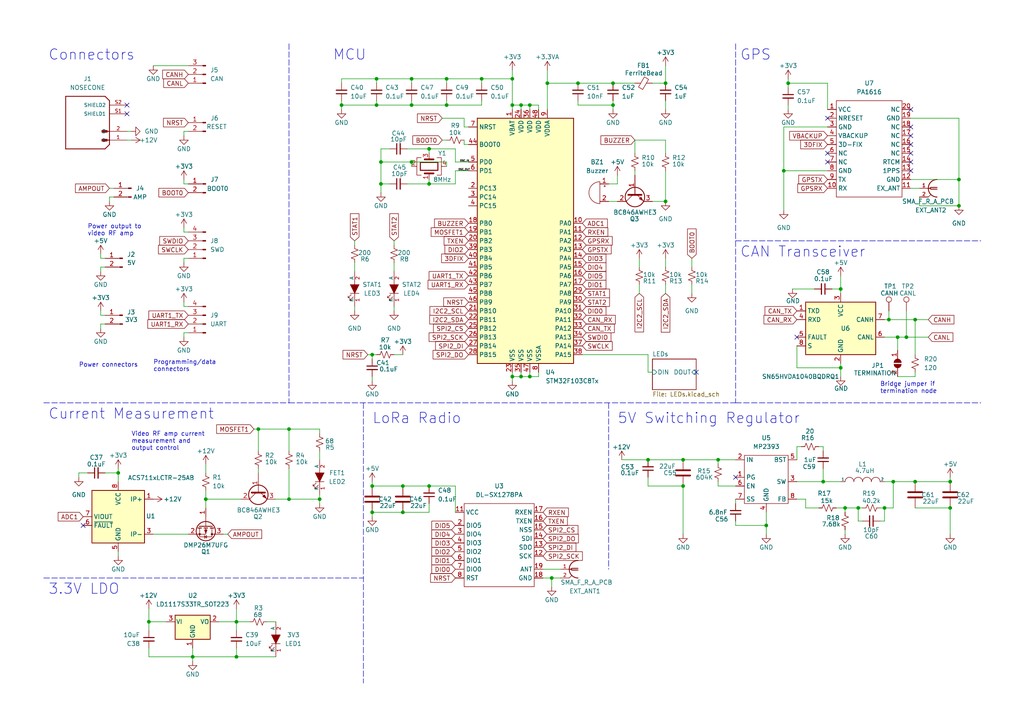
<source format=kicad_sch>
(kicad_sch (version 20211123) (generator eeschema)
  (paper "A4")
  (lib_symbols
    (symbol "436500203:436500203" (pin_names (offset 1.016))
      (property "Reference" "J" (at 0 8.89 0))
      (property "Value" "436500203" (at 0 -10.16 0))
      (symbol "436500203_0_0"
        (pin passive line (at -5.08 5.08 0) (length 5.08) (name "1") (number "1"))
        (pin passive line (at -5.08 2.54 0) (length 5.08) (name "2") (number "2"))
        (pin passive line (at -5.08 -2.54 0) (length 5.08) (name "SHIELD1") (number "S1"))
        (pin passive line (at -5.08 -5.08 0) (length 5.08) (name "SHIELD2") (number "S2"))
      )
    )
    (symbol "Connector:Conn_01x02_Male" (pin_names (offset 1.016) hide)
      (property "Reference" "J" (at 0 2.54 0))
      (property "Value" "Conn_01x02_Male" (at 0 -5.08 0))
      (symbol "Conn_01x02_Male_1_1"
        (pin passive line (at 5.08 0 180) (length 3.81) (name "Pin_1") (number "1"))
        (pin passive line (at 5.08 -2.54 180) (length 3.81) (name "Pin_2") (number "2"))
      )
    )
    (symbol "Connector:Conn_01x03_Male" (pin_names (offset 1.016) hide)
      (property "Reference" "J" (at 0 5.08 0))
      (property "Value" "Conn_01x03_Male" (at 0 -5.08 0))
      (symbol "Conn_01x03_Male_1_1"
        (pin passive line (at 5.08 2.54 180) (length 3.81) (name "Pin_1") (number "1"))
        (pin passive line (at 5.08 0 180) (length 3.81) (name "Pin_2") (number "2"))
        (pin passive line (at 5.08 -2.54 180) (length 3.81) (name "Pin_3") (number "3"))
      )
    )
    (symbol "Connector:Conn_01x04_Male" (pin_names (offset 1.016) hide)
      (property "Reference" "J" (at 0 5.08 0))
      (property "Value" "Conn_01x04_Male" (at 0 -7.62 0))
      (symbol "Conn_01x04_Male_1_1"
        (pin passive line (at 5.08 2.54 180) (length 3.81) (name "Pin_1") (number "1"))
        (pin passive line (at 5.08 0 180) (length 3.81) (name "Pin_2") (number "2"))
        (pin passive line (at 5.08 -2.54 180) (length 3.81) (name "Pin_3") (number "3"))
        (pin passive line (at 5.08 -5.08 180) (length 3.81) (name "Pin_4") (number "4"))
      )
    )
    (symbol "Connector:TestPoint" (pin_numbers hide) (pin_names (offset 0.762) hide)
      (property "Reference" "TP" (at 0 6.858 0))
      (property "Value" "TestPoint" (at 0 5.08 0))
      (symbol "TestPoint_1_1"
        (pin passive line (at 0 0 90) (length 2.54) (name "1") (number "1"))
      )
    )
    (symbol "DL-SX1278PA:DL-SX1278PA"
      (property "Reference" "U" (at 0 -13.97 0))
      (property "Value" "DL-SX1278PA" (at 0 12.7 0))
      (symbol "DL-SX1278PA_1_1"
        (pin input line (at 12.7 -10.16 180) (length 2.54) hide (name "GND") (number "1"))
        (pin input line (at 12.7 -10.16 180) (length 2.54) hide (name "GND") (number "10"))
        (pin input line (at -12.7 8.89 0) (length 2.54) (name "VCC") (number "11"))
        (pin input line (at 12.7 -3.81 180) (length 2.54) (name "SCK") (number "12"))
        (pin input line (at 12.7 -1.27 180) (length 2.54) (name "SDO") (number "13"))
        (pin input line (at 12.7 1.27 180) (length 2.54) (name "SDI") (number "14"))
        (pin input line (at 12.7 3.81 180) (length 2.54) (name "NSS") (number "15"))
        (pin input line (at 12.7 6.35 180) (length 2.54) (name "TXEN") (number "16"))
        (pin input line (at 12.7 8.89 180) (length 2.54) (name "RXEN") (number "17"))
        (pin input line (at 12.7 -10.16 180) (length 2.54) (name "GND") (number "18"))
        (pin input line (at 12.7 -7.62 180) (length 2.54) (name "ANT") (number "19"))
        (pin input line (at -12.7 5.08 0) (length 2.54) (name "DIO5") (number "2"))
        (pin input line (at 12.7 -10.16 180) (length 2.54) hide (name "GND") (number "20"))
        (pin input line (at 12.7 -10.16 180) (length 2.54) hide (name "GND") (number "21"))
        (pin input line (at 12.7 -10.16 180) (length 2.54) hide (name "GND") (number "22"))
        (pin input line (at -12.7 2.54 0) (length 2.54) (name "DIO4") (number "3"))
        (pin input line (at -12.7 0 0) (length 2.54) (name "DIO3") (number "4"))
        (pin input line (at -12.7 -2.54 0) (length 2.54) (name "DIO2") (number "5"))
        (pin input line (at -12.7 -5.08 0) (length 2.54) (name "DIO1") (number "6"))
        (pin input line (at -12.7 -7.62 0) (length 2.54) (name "DIO0") (number "7"))
        (pin input line (at -12.7 -10.16 0) (length 2.54) (name "RST") (number "8"))
        (pin input line (at 12.7 -10.16 180) (length 2.54) hide (name "GND") (number "9"))
      )
    )
    (symbol "Device:Buzzer" (pin_names (offset 0.0254) hide)
      (property "Reference" "BZ" (at 3.81 1.27 0))
      (property "Value" "Buzzer" (at 3.81 -1.27 0))
      (symbol "Buzzer_1_1"
        (pin passive line (at -2.54 2.54 0) (length 2.54) (name "-") (number "1"))
        (pin passive line (at -2.54 -2.54 0) (length 2.54) (name "+") (number "2"))
      )
    )
    (symbol "Device:C" (pin_numbers hide) (pin_names (offset 0.254))
      (property "Reference" "C" (at 0.635 2.54 0))
      (property "Value" "C" (at 0.635 -2.54 0))
      (symbol "C_1_1"
        (pin passive line (at 0 3.81 270) (length 2.794) (name "~") (number "1"))
        (pin passive line (at 0 -3.81 90) (length 2.794) (name "~") (number "2"))
      )
    )
    (symbol "Device:C_Small" (pin_numbers hide) (pin_names (offset 0.254) hide)
      (property "Reference" "C" (at 0.254 1.778 0))
      (property "Value" "C_Small" (at 0.254 -2.032 0))
      (symbol "C_Small_1_1"
        (pin passive line (at 0 2.54 270) (length 2.032) (name "~") (number "1"))
        (pin passive line (at 0 -2.54 90) (length 2.032) (name "~") (number "2"))
      )
    )
    (symbol "Device:Crystal_GND24" (pin_names (offset 1.016) hide)
      (property "Reference" "Y" (at 3.175 5.08 0))
      (property "Value" "Crystal_GND24" (at 3.175 3.175 0))
      (symbol "Crystal_GND24_1_1"
        (pin passive line (at -3.81 0 0) (length 1.27) (name "1") (number "1"))
        (pin passive line (at 0 5.08 270) (length 1.27) (name "2") (number "2"))
        (pin passive line (at 3.81 0 180) (length 1.27) (name "3") (number "3"))
        (pin passive line (at 0 -5.08 90) (length 1.27) (name "4") (number "4"))
      )
    )
    (symbol "Device:FerriteBead_Small" (pin_numbers hide) (pin_names (offset 0))
      (property "Reference" "FB" (at 1.905 1.27 0))
      (property "Value" "FerriteBead_Small" (at 1.905 -1.27 0))
      (symbol "FerriteBead_Small_1_1"
        (pin passive line (at 0 2.54 270) (length 1.27) (name "~") (number "1"))
        (pin passive line (at 0 -2.54 90) (length 1.27) (name "~") (number "2"))
      )
    )
    (symbol "Device:Q_NPN_BCE" (pin_names (offset 0) hide)
      (property "Reference" "Q" (at 5.08 1.27 0))
      (property "Value" "Q_NPN_BCE" (at 5.08 -1.27 0))
      (symbol "Q_NPN_BCE_1_1"
        (pin input line (at -5.08 0 0) (length 5.715) (name "B") (number "1"))
        (pin passive line (at 2.54 5.08 270) (length 2.54) (name "C") (number "2"))
        (pin passive line (at 2.54 -5.08 90) (length 2.54) (name "E") (number "3"))
      )
    )
    (symbol "Device:R_Small_US" (pin_numbers hide) (pin_names (offset 0.254) hide)
      (property "Reference" "R" (at 0.762 0.508 0))
      (property "Value" "R_Small_US" (at 0.762 -1.016 0))
      (symbol "R_Small_US_1_1"
        (pin passive line (at 0 2.54 270) (length 1.016) (name "~") (number "1"))
        (pin passive line (at 0 -2.54 90) (length 1.016) (name "~") (number "2"))
      )
    )
    (symbol "Interface_CAN_LIN:SN65HVD257D"
      (property "Reference" "U" (at -8.89 8.89 0))
      (property "Value" "SN65HVD257D" (at 1.27 8.89 0))
      (symbol "SN65HVD257D_1_1"
        (pin input line (at -12.7 5.08 0) (length 2.54) (name "TXD") (number "1"))
        (pin power_in line (at 0 -10.16 90) (length 2.54) (name "GND") (number "2"))
        (pin power_in line (at 0 10.16 270) (length 2.54) (name "VCC") (number "3"))
        (pin output line (at -12.7 2.54 0) (length 2.54) (name "RXD") (number "4"))
        (pin open_collector line (at -12.7 -2.54 0) (length 2.54) (name "FAULT") (number "5"))
        (pin bidirectional line (at 12.7 -2.54 180) (length 2.54) (name "CANL") (number "6"))
        (pin bidirectional line (at 12.7 2.54 180) (length 2.54) (name "CANH") (number "7"))
        (pin input line (at -12.7 -5.08 0) (length 2.54) (name "S") (number "8"))
      )
    )
    (symbol "Jumper:SolderJumper_2_Open" (pin_names (offset 0) hide)
      (property "Reference" "JP" (at 0 2.032 0))
      (property "Value" "SolderJumper_2_Open" (at 0 -2.54 0))
      (symbol "SolderJumper_2_Open_1_1"
        (pin passive line (at -3.81 0 0) (length 2.54) (name "A") (number "1"))
        (pin passive line (at 3.81 0 180) (length 2.54) (name "B") (number "2"))
      )
    )
    (symbol "MCU_ST_STM32F1:STM32F103C8Tx"
      (property "Reference" "U" (at -15.24 36.83 0))
      (property "Value" "STM32F103C8Tx" (at 7.62 36.83 0))
      (symbol "STM32F103C8Tx_1_1"
        (pin power_in line (at -5.08 38.1 270) (length 2.54) (name "VBAT") (number "1"))
        (pin bidirectional line (at 15.24 5.08 180) (length 2.54) (name "PA0") (number "10"))
        (pin bidirectional line (at 15.24 2.54 180) (length 2.54) (name "PA1") (number "11"))
        (pin bidirectional line (at 15.24 0 180) (length 2.54) (name "PA2") (number "12"))
        (pin bidirectional line (at 15.24 -2.54 180) (length 2.54) (name "PA3") (number "13"))
        (pin bidirectional line (at 15.24 -5.08 180) (length 2.54) (name "PA4") (number "14"))
        (pin bidirectional line (at 15.24 -7.62 180) (length 2.54) (name "PA5") (number "15"))
        (pin bidirectional line (at 15.24 -10.16 180) (length 2.54) (name "PA6") (number "16"))
        (pin bidirectional line (at 15.24 -12.7 180) (length 2.54) (name "PA7") (number "17"))
        (pin bidirectional line (at -17.78 5.08 0) (length 2.54) (name "PB0") (number "18"))
        (pin bidirectional line (at -17.78 2.54 0) (length 2.54) (name "PB1") (number "19"))
        (pin bidirectional line (at -17.78 15.24 0) (length 2.54) (name "PC13") (number "2"))
        (pin bidirectional line (at -17.78 0 0) (length 2.54) (name "PB2") (number "20"))
        (pin bidirectional line (at -17.78 -20.32 0) (length 2.54) (name "PB10") (number "21"))
        (pin bidirectional line (at -17.78 -22.86 0) (length 2.54) (name "PB11") (number "22"))
        (pin power_in line (at -5.08 -38.1 90) (length 2.54) (name "VSS") (number "23"))
        (pin power_in line (at -2.54 38.1 270) (length 2.54) (name "VDD") (number "24"))
        (pin bidirectional line (at -17.78 -25.4 0) (length 2.54) (name "PB12") (number "25"))
        (pin bidirectional line (at -17.78 -27.94 0) (length 2.54) (name "PB13") (number "26"))
        (pin bidirectional line (at -17.78 -30.48 0) (length 2.54) (name "PB14") (number "27"))
        (pin bidirectional line (at -17.78 -33.02 0) (length 2.54) (name "PB15") (number "28"))
        (pin bidirectional line (at 15.24 -15.24 180) (length 2.54) (name "PA8") (number "29"))
        (pin bidirectional line (at -17.78 12.7 0) (length 2.54) (name "PC14") (number "3"))
        (pin bidirectional line (at 15.24 -17.78 180) (length 2.54) (name "PA9") (number "30"))
        (pin bidirectional line (at 15.24 -20.32 180) (length 2.54) (name "PA10") (number "31"))
        (pin bidirectional line (at 15.24 -22.86 180) (length 2.54) (name "PA11") (number "32"))
        (pin bidirectional line (at 15.24 -25.4 180) (length 2.54) (name "PA12") (number "33"))
        (pin bidirectional line (at 15.24 -27.94 180) (length 2.54) (name "PA13") (number "34"))
        (pin power_in line (at -2.54 -38.1 90) (length 2.54) (name "VSS") (number "35"))
        (pin power_in line (at 0 38.1 270) (length 2.54) (name "VDD") (number "36"))
        (pin bidirectional line (at 15.24 -30.48 180) (length 2.54) (name "PA14") (number "37"))
        (pin bidirectional line (at 15.24 -33.02 180) (length 2.54) (name "PA15") (number "38"))
        (pin bidirectional line (at -17.78 -2.54 0) (length 2.54) (name "PB3") (number "39"))
        (pin bidirectional line (at -17.78 10.16 0) (length 2.54) (name "PC15") (number "4"))
        (pin bidirectional line (at -17.78 -5.08 0) (length 2.54) (name "PB4") (number "40"))
        (pin bidirectional line (at -17.78 -7.62 0) (length 2.54) (name "PB5") (number "41"))
        (pin bidirectional line (at -17.78 -10.16 0) (length 2.54) (name "PB6") (number "42"))
        (pin bidirectional line (at -17.78 -12.7 0) (length 2.54) (name "PB7") (number "43"))
        (pin input line (at -17.78 27.94 0) (length 2.54) (name "BOOT0") (number "44"))
        (pin bidirectional line (at -17.78 -15.24 0) (length 2.54) (name "PB8") (number "45"))
        (pin bidirectional line (at -17.78 -17.78 0) (length 2.54) (name "PB9") (number "46"))
        (pin power_in line (at 0 -38.1 90) (length 2.54) (name "VSS") (number "47"))
        (pin power_in line (at 2.54 38.1 270) (length 2.54) (name "VDD") (number "48"))
        (pin input line (at -17.78 22.86 0) (length 2.54) (name "PD0") (number "5"))
        (pin input line (at -17.78 20.32 0) (length 2.54) (name "PD1") (number "6"))
        (pin input line (at -17.78 33.02 0) (length 2.54) (name "NRST") (number "7"))
        (pin power_in line (at 2.54 -38.1 90) (length 2.54) (name "VSSA") (number "8"))
        (pin power_in line (at 5.08 38.1 270) (length 2.54) (name "VDDA") (number "9"))
      )
    )
    (symbol "MP2393:MP2393"
      (property "Reference" "U" (at 0 8.89 0))
      (property "Value" "MP2393" (at 0 7.62 0))
      (symbol "MP2393_1_1"
        (pin input line (at -8.89 0 0) (length 2.54) (name "PG") (number "1"))
        (pin input line (at -8.89 5.08 0) (length 2.54) (name "IN") (number "2"))
        (pin input line (at 8.89 -1.27 180) (length 2.54) (name "SW") (number "3"))
        (pin input line (at 0 -10.16 90) (length 2.54) (name "GND") (number "4"))
        (pin input line (at 8.89 5.08 180) (length 2.54) (name "BST") (number "5"))
        (pin input line (at -8.89 -2.54 0) (length 2.54) (name "EN") (number "6"))
        (pin input line (at -8.89 -6.35 0) (length 2.54) (name "SS") (number "7"))
        (pin input line (at 8.89 -6.35 180) (length 2.54) (name "FB") (number "8"))
      )
    )
    (symbol "OLIMEX_Connectors:SMA_F_R_A_PCB" (pin_names (offset 1.016))
      (property "Reference" "EXT_ANT" (at -6.35 3.81 0))
      (property "Value" "SMA_F_R_A_PCB" (at -8.89 -5.08 0))
      (symbol "SMA_F_R_A_PCB_1_1"
        (pin passive line (at 2.54 0 180) (length 2.54) (name "~") (number "1"))
        (pin power_in line (at 2.54 -2.54 180) (length 2.54) (name "~") (number "2"))
        (pin power_in line (at 2.54 -2.54 180) (length 2.54) hide (name "~") (number "3"))
        (pin power_in line (at 2.54 -2.54 180) (length 2.54) hide (name "~") (number "4"))
        (pin power_in line (at 2.54 -2.54 180) (length 2.54) hide (name "~") (number "5"))
      )
    )
    (symbol "OLIMEX_Diodes:LED" (pin_names (offset 0))
      (property "Reference" "LED" (at 0 2.54 0))
      (property "Value" "LED" (at 0 -2.54 0))
      (symbol "LED_1_1"
        (pin passive line (at -5.08 0 0) (length 3.81) (name "K") (number "1"))
        (pin passive line (at 5.08 0 180) (length 3.81) (name "A") (number "2"))
      )
    )
    (symbol "OLIMEX_Power:+12V" (power) (pin_names (offset 0))
      (property "Value" "+12V" (at 0 3.556 0))
      (symbol "+12V_1_1"
        (pin power_in line (at 0 0 90) (length 0) hide (name "+12V") (number "1"))
      )
    )
    (symbol "OLIMEX_Power:+3.3V" (power) (pin_names (offset 0))
      (property "Value" "+3.3V" (at 0 3.556 0))
      (symbol "+3.3V_1_1"
        (pin power_in line (at 0 0 90) (length 0) hide (name "+3V3") (number "1"))
      )
    )
    (symbol "OLIMEX_Power:+3.3VA" (power) (pin_names (offset 0))
      (property "Value" "+3.3VA" (at 0 3.556 0))
      (symbol "+3.3VA_1_1"
        (pin power_in line (at 0 0 90) (length 0) hide (name "+3.3VA") (number "1"))
      )
    )
    (symbol "OLIMEX_Power:+5V" (power) (pin_names (offset 0))
      (property "Value" "+5V" (at 0 3.556 0))
      (symbol "+5V_1_1"
        (pin power_in line (at 0 0 90) (length 0) hide (name "+5V") (number "1"))
      )
    )
    (symbol "OLIMEX_Power:GND" (power) (pin_names (offset 0))
      (property "Value" "GND" (at 0 -3.81 0))
      (symbol "GND_1_1"
        (pin power_in line (at 0 0 270) (length 0) hide (name "GND") (number "1"))
      )
    )
    (symbol "PA1616:PA1616"
      (property "Reference" "U" (at 5.08 -17.78 0))
      (property "Value" "PA1616" (at 3.81 0 0))
      (symbol "PA1616_1_1"
        (pin passive line (at -7.62 -3.81 0) (length 2.54) (name "VCC") (number "1"))
        (pin passive line (at -7.62 -26.67 0) (length 2.54) (name "RX") (number "10"))
        (pin passive line (at 16.51 -26.67 180) (length 2.54) (name "EX_ANT") (number "11"))
        (pin passive line (at 16.51 -24.13 180) (length 2.54) (name "GND") (number "12"))
        (pin passive line (at 16.51 -21.59 180) (length 2.54) (name "1PPS") (number "13"))
        (pin passive line (at 16.51 -19.05 180) (length 2.54) (name "RTCM") (number "14"))
        (pin passive line (at 16.51 -16.51 180) (length 2.54) (name "NC") (number "15"))
        (pin passive line (at 16.51 -13.97 180) (length 2.54) (name "NC") (number "16"))
        (pin passive line (at 16.51 -11.43 180) (length 2.54) (name "NC") (number "17"))
        (pin passive line (at 16.51 -8.89 180) (length 2.54) (name "NC") (number "18"))
        (pin passive line (at 16.51 -6.35 180) (length 2.54) (name "GND") (number "19"))
        (pin passive line (at -7.62 -6.35 0) (length 2.54) (name "NRESET") (number "2"))
        (pin passive line (at 16.51 -3.81 180) (length 2.54) (name "NC") (number "20"))
        (pin passive line (at -7.62 -8.89 0) (length 2.54) (name "GND") (number "3"))
        (pin passive line (at -7.62 -11.43 0) (length 2.54) (name "VBACKUP") (number "4"))
        (pin passive line (at -7.62 -13.97 0) (length 2.54) (name "3D-FIX") (number "5"))
        (pin passive line (at -7.62 -16.51 0) (length 2.54) (name "NC") (number "6"))
        (pin passive line (at -7.62 -19.05 0) (length 2.54) (name "NC") (number "7"))
        (pin passive line (at -7.62 -21.59 0) (length 2.54) (name "GND") (number "8"))
        (pin passive line (at -7.62 -24.13 0) (length 2.54) (name "TX") (number "9"))
      )
    )
    (symbol "Regulator_Linear:LD1117S33TR_SOT223" (pin_names (offset 0.254))
      (property "Reference" "U" (at -3.81 3.175 0))
      (property "Value" "LD1117S33TR_SOT223" (at 0 3.175 0))
      (symbol "LD1117S33TR_SOT223_1_1"
        (pin power_in line (at 0 -7.62 90) (length 2.54) (name "GND") (number "1"))
        (pin power_out line (at 7.62 0 180) (length 2.54) (name "VO") (number "2"))
        (pin power_in line (at -7.62 0 0) (length 2.54) (name "VI") (number "3"))
      )
    )
    (symbol "Sensor_Current:ACS711xLCTR-25AB"
      (property "Reference" "U" (at 8.89 6.35 0))
      (property "Value" "ACS711xLCTR-25AB" (at 8.89 3.81 0))
      (symbol "ACS711xLCTR-25AB_1_1"
        (pin passive line (at -10.16 5.08 0) (length 2.54) (name "IP+") (number "1"))
        (pin passive line (at -10.16 5.08 0) (length 2.54) hide (name "IP+") (number "2"))
        (pin passive line (at -10.16 -5.08 0) (length 2.54) (name "IP-") (number "3"))
        (pin passive line (at -10.16 -5.08 0) (length 2.54) hide (name "IP-") (number "4"))
        (pin power_in line (at 0 -10.16 90) (length 2.54) (name "GND") (number "5"))
        (pin output line (at 10.16 -2.54 180) (length 2.54) (name "~{FAULT}") (number "6"))
        (pin output line (at 10.16 0 180) (length 2.54) (name "VIOUT") (number "7"))
        (pin power_in line (at 0 10.16 270) (length 2.54) (name "VCC") (number "8"))
      )
    )
    (symbol "Transistor_FET:AO3401A" (pin_names hide)
      (property "Reference" "Q" (at 5.08 1.905 0))
      (property "Value" "AO3401A" (at 5.08 0 0))
      (symbol "AO3401A_1_1"
        (pin input line (at -5.08 0 0) (length 2.54) (name "G") (number "1"))
        (pin passive line (at 2.54 -5.08 90) (length 2.54) (name "S") (number "2"))
        (pin passive line (at 2.54 5.08 270) (length 2.54) (name "D") (number "3"))
      )
    )
    (symbol "pspice:INDUCTOR" (pin_numbers hide) (pin_names (offset 0))
      (property "Reference" "L" (at 0 2.54 0))
      (property "Value" "INDUCTOR" (at 0 -1.27 0))
      (symbol "INDUCTOR_1_1"
        (pin input line (at -6.35 0 0) (length 1.27) (name "1") (number "1"))
        (pin input line (at 6.35 0 180) (length 1.27) (name "2") (number "2"))
      )
    )
  )
  (junction (at 275.59 147.32))
  (junction (at 116.84 140.97))
  (junction (at 107.95 148.59))
  (junction (at 177.8 30.48))
  (junction (at 262.89 97.79))
  (junction (at 158.75 24.13))
  (junction (at 238.76 139.7))
  (junction (at 167.64 24.13))
  (junction (at 148.59 22.86))
  (junction (at 198.12 133.35))
  (junction (at 124.46 43.18))
  (junction (at 193.04 24.13))
  (junction (at 160.02 167.64))
  (junction (at 278.13 59.69))
  (junction (at 198.12 140.97))
  (junction (at 257.81 92.71))
  (junction (at 124.46 140.97))
  (junction (at 259.08 139.7))
  (junction (at 227.33 49.53))
  (junction (at 260.35 97.79))
  (junction (at 83.82 144.78))
  (junction (at 119.38 30.48))
  (junction (at 151.13 30.48))
  (junction (at 222.25 152.4))
  (junction (at 116.84 148.59))
  (junction (at 109.22 30.48))
  (junction (at 107.95 140.97))
  (junction (at 265.43 92.71))
  (junction (at 245.11 147.32))
  (junction (at 187.96 133.35))
  (junction (at 153.67 109.22))
  (junction (at 275.59 139.7))
  (junction (at 228.6 24.13))
  (junction (at 119.38 46.99))
  (junction (at 265.43 139.7))
  (junction (at 110.49 53.34))
  (junction (at 43.18 180.34))
  (junction (at 34.29 137.16))
  (junction (at 256.54 147.32))
  (junction (at 124.46 53.34))
  (junction (at 129.54 22.86))
  (junction (at 243.84 106.68))
  (junction (at 110.49 46.99))
  (junction (at 248.92 147.32))
  (junction (at 243.84 83.82))
  (junction (at 83.82 124.46))
  (junction (at 68.58 180.34))
  (junction (at 193.04 58.42))
  (junction (at 153.67 30.48))
  (junction (at 148.59 30.48))
  (junction (at 119.38 22.86))
  (junction (at 151.13 109.22))
  (junction (at 99.06 30.48))
  (junction (at 148.59 109.22))
  (junction (at 278.13 52.07))
  (junction (at 177.8 24.13))
  (junction (at 139.7 22.86))
  (junction (at 92.71 144.78))
  (junction (at 109.22 22.86))
  (junction (at 74.93 124.46))
  (junction (at 129.54 30.48))
  (junction (at 68.58 190.5))
  (junction (at 107.95 102.87))
  (junction (at 208.28 133.35))
  (junction (at 55.88 190.5))
  (junction (at 59.69 144.78))
  (no_connect (at 36.83 33.02))
  (no_connect (at 264.16 46.99))
  (no_connect (at 264.16 49.53))
  (no_connect (at 240.03 46.99))
  (no_connect (at 240.03 44.45))
  (no_connect (at 240.03 34.29))
  (no_connect (at 231.14 97.79))
  (no_connect (at 213.36 138.43))
  (no_connect (at 24.13 152.4))
  (no_connect (at 264.16 31.75))
  (no_connect (at 264.16 36.83))
  (no_connect (at 264.16 39.37))
  (no_connect (at 264.16 44.45))
  (no_connect (at 264.16 41.91))
  (no_connect (at 36.83 30.48))
  (no_connect (at 201.93 107.95))
  (wire (pts (xy 92.71 124.46) (xy 83.82 124.46)))
  (wire (pts (xy 43.18 187.96) (xy 43.18 190.5)))
  (wire (pts (xy 240.03 31.75) (xy 240.03 24.13)))
  (wire (pts (xy 43.18 190.5) (xy 55.88 190.5)))
  (wire (pts (xy 129.54 30.48) (xy 119.38 30.48)))
  (wire (pts (xy 265.43 102.87) (xy 265.43 92.71)))
  (wire (pts (xy 200.66 74.93) (xy 200.66 77.47)))
  (wire (pts (xy 153.67 109.22) (xy 151.13 109.22)))
  (wire (pts (xy 184.15 40.64) (xy 193.04 40.64)))
  (polyline (pts (xy 12.7 167.64) (xy 105.41 167.64)))
  (wire (pts (xy 260.35 97.79) (xy 260.35 101.6)))
  (wire (pts (xy 153.67 31.75) (xy 153.67 30.48)))
  (wire (pts (xy 83.82 144.78) (xy 92.71 144.78)))
  (wire (pts (xy 30.48 137.16) (xy 34.29 137.16)))
  (wire (pts (xy 124.46 43.18) (xy 132.08 43.18)))
  (wire (pts (xy 156.21 107.95) (xy 156.21 109.22)))
  (wire (pts (xy 228.6 24.13) (xy 228.6 25.4)))
  (wire (pts (xy 119.38 22.86) (xy 109.22 22.86)))
  (wire (pts (xy 53.34 87.63) (xy 53.34 88.9)))
  (wire (pts (xy 243.84 105.41) (xy 243.84 106.68)))
  (wire (pts (xy 36.83 38.1) (xy 38.1 38.1)))
  (wire (pts (xy 193.04 49.53) (xy 193.04 58.42)))
  (wire (pts (xy 107.95 110.49) (xy 107.95 109.22)))
  (wire (pts (xy 74.93 124.46) (xy 83.82 124.46)))
  (wire (pts (xy 260.35 97.79) (xy 262.89 97.79)))
  (wire (pts (xy 240.03 24.13) (xy 228.6 24.13)))
  (wire (pts (xy 139.7 30.48) (xy 129.54 30.48)))
  (wire (pts (xy 119.38 29.21) (xy 119.38 30.48)))
  (wire (pts (xy 68.58 190.5) (xy 80.01 190.5)))
  (wire (pts (xy 278.13 34.29) (xy 278.13 52.07)))
  (wire (pts (xy 113.03 43.18) (xy 110.49 43.18)))
  (wire (pts (xy 59.69 144.78) (xy 59.69 147.32)))
  (wire (pts (xy 185.42 82.55) (xy 185.42 85.09)))
  (wire (pts (xy 139.7 24.13) (xy 139.7 22.86)))
  (wire (pts (xy 134.62 40.64) (xy 134.62 41.91)))
  (wire (pts (xy 139.7 29.21) (xy 139.7 30.48)))
  (wire (pts (xy 167.64 30.48) (xy 177.8 30.48)))
  (wire (pts (xy 151.13 109.22) (xy 148.59 109.22)))
  (polyline (pts (xy 12.7 116.84) (xy 83.82 116.84)))
  (wire (pts (xy 99.06 30.48) (xy 99.06 31.75)))
  (wire (pts (xy 243.84 139.7) (xy 238.76 139.7)))
  (wire (pts (xy 156.21 31.75) (xy 156.21 30.48)))
  (wire (pts (xy 110.49 43.18) (xy 110.49 46.99)))
  (wire (pts (xy 114.3 76.2) (xy 114.3 78.74)))
  (wire (pts (xy 109.22 24.13) (xy 109.22 22.86)))
  (wire (pts (xy 187.96 133.35) (xy 198.12 133.35)))
  (wire (pts (xy 43.18 180.34) (xy 43.18 182.88)))
  (wire (pts (xy 34.29 160.02) (xy 34.29 161.29)))
  (wire (pts (xy 256.54 139.7) (xy 259.08 139.7)))
  (wire (pts (xy 157.48 165.1) (xy 162.56 165.1)))
  (wire (pts (xy 29.21 93.98) (xy 29.21 95.25)))
  (wire (pts (xy 109.22 102.87) (xy 107.95 102.87)))
  (wire (pts (xy 53.34 67.31) (xy 54.61 67.31)))
  (wire (pts (xy 106.68 102.87) (xy 107.95 102.87)))
  (wire (pts (xy 29.21 77.47) (xy 29.21 78.74)))
  (polyline (pts (xy 105.41 116.84) (xy 105.41 198.12)))
  (wire (pts (xy 158.75 24.13) (xy 167.64 24.13)))
  (wire (pts (xy 116.84 148.59) (xy 124.46 148.59)))
  (wire (pts (xy 99.06 29.21) (xy 99.06 30.48)))
  (wire (pts (xy 233.68 144.78) (xy 233.68 147.32)))
  (wire (pts (xy 44.45 19.05) (xy 54.61 19.05)))
  (polyline (pts (xy 213.36 116.84) (xy 284.48 116.84)))
  (wire (pts (xy 265.43 139.7) (xy 275.59 139.7)))
  (polyline (pts (xy 213.36 69.85) (xy 284.48 69.85)))
  (wire (pts (xy 68.58 190.5) (xy 55.88 190.5)))
  (wire (pts (xy 129.54 22.86) (xy 119.38 22.86)))
  (wire (pts (xy 240.03 36.83) (xy 227.33 36.83)))
  (wire (pts (xy 109.22 29.21) (xy 109.22 30.48)))
  (wire (pts (xy 68.58 180.34) (xy 68.58 182.88)))
  (wire (pts (xy 180.34 133.35) (xy 187.96 133.35)))
  (wire (pts (xy 187.96 107.95) (xy 189.23 107.95)))
  (wire (pts (xy 29.21 74.93) (xy 30.48 74.93)))
  (wire (pts (xy 177.8 29.21) (xy 177.8 30.48)))
  (wire (pts (xy 68.58 176.53) (xy 68.58 180.34)))
  (wire (pts (xy 255.27 147.32) (xy 256.54 147.32)))
  (wire (pts (xy 63.5 180.34) (xy 68.58 180.34)))
  (wire (pts (xy 243.84 106.68) (xy 243.84 109.22)))
  (wire (pts (xy 275.59 138.43) (xy 275.59 139.7)))
  (wire (pts (xy 157.48 167.64) (xy 160.02 167.64)))
  (wire (pts (xy 118.11 43.18) (xy 124.46 43.18)))
  (wire (pts (xy 129.54 46.99) (xy 119.38 46.99)))
  (wire (pts (xy 266.7 57.15) (xy 266.7 59.69)))
  (wire (pts (xy 54.61 96.52) (xy 53.34 96.52)))
  (wire (pts (xy 167.64 24.13) (xy 177.8 24.13)))
  (wire (pts (xy 92.71 130.81) (xy 92.71 133.35)))
  (wire (pts (xy 233.68 147.32) (xy 237.49 147.32)))
  (wire (pts (xy 250.19 151.13) (xy 248.92 151.13)))
  (wire (pts (xy 264.16 34.29) (xy 278.13 34.29)))
  (wire (pts (xy 265.43 92.71) (xy 257.81 92.71)))
  (polyline (pts (xy 83.82 116.84) (xy 213.36 116.84)))
  (wire (pts (xy 53.34 74.93) (xy 53.34 76.2)))
  (wire (pts (xy 129.54 48.26) (xy 129.54 46.99)))
  (wire (pts (xy 119.38 48.26) (xy 119.38 46.99)))
  (wire (pts (xy 99.06 22.86) (xy 99.06 24.13)))
  (wire (pts (xy 148.59 107.95) (xy 148.59 109.22)))
  (wire (pts (xy 53.34 88.9) (xy 54.61 88.9)))
  (wire (pts (xy 153.67 107.95) (xy 153.67 109.22)))
  (wire (pts (xy 278.13 52.07) (xy 278.13 59.69)))
  (wire (pts (xy 167.64 29.21) (xy 167.64 30.48)))
  (wire (pts (xy 245.11 147.32) (xy 248.92 147.32)))
  (wire (pts (xy 110.49 46.99) (xy 110.49 53.34)))
  (wire (pts (xy 227.33 49.53) (xy 240.03 49.53)))
  (wire (pts (xy 29.21 73.66) (xy 29.21 74.93)))
  (wire (pts (xy 265.43 92.71) (xy 269.24 92.71)))
  (wire (pts (xy 119.38 24.13) (xy 119.38 22.86)))
  (wire (pts (xy 238.76 129.54) (xy 238.76 130.81)))
  (wire (pts (xy 262.89 90.17) (xy 262.89 97.79)))
  (wire (pts (xy 92.71 125.73) (xy 92.71 124.46)))
  (wire (pts (xy 213.36 144.78) (xy 213.36 146.05)))
  (wire (pts (xy 222.25 152.4) (xy 222.25 154.94)))
  (wire (pts (xy 245.11 153.67) (xy 245.11 154.94)))
  (wire (pts (xy 116.84 102.87) (xy 114.3 102.87)))
  (wire (pts (xy 36.83 40.64) (xy 38.1 40.64)))
  (wire (pts (xy 187.96 102.87) (xy 187.96 107.95)))
  (wire (pts (xy 265.43 109.22) (xy 260.35 109.22)))
  (polyline (pts (xy 83.82 12.7) (xy 83.82 116.84)))
  (wire (pts (xy 176.53 53.34) (xy 179.07 53.34)))
  (wire (pts (xy 158.75 31.75) (xy 158.75 24.13)))
  (wire (pts (xy 83.82 124.46) (xy 83.82 130.81)))
  (wire (pts (xy 124.46 146.05) (xy 124.46 148.59)))
  (wire (pts (xy 66.04 154.94) (xy 64.77 154.94)))
  (wire (pts (xy 184.15 49.53) (xy 184.15 50.8)))
  (wire (pts (xy 77.47 180.34) (xy 80.01 180.34)))
  (wire (pts (xy 238.76 135.89) (xy 238.76 139.7)))
  (wire (pts (xy 264.16 54.61) (xy 266.7 54.61)))
  (wire (pts (xy 25.4 137.16) (xy 22.86 137.16)))
  (wire (pts (xy 231.14 100.33) (xy 231.14 106.68)))
  (wire (pts (xy 43.18 176.53) (xy 43.18 180.34)))
  (wire (pts (xy 134.62 41.91) (xy 135.89 41.91)))
  (wire (pts (xy 113.03 53.34) (xy 110.49 53.34)))
  (wire (pts (xy 102.87 76.2) (xy 102.87 78.74)))
  (wire (pts (xy 54.61 74.93) (xy 53.34 74.93)))
  (wire (pts (xy 153.67 30.48) (xy 151.13 30.48)))
  (wire (pts (xy 34.29 137.16) (xy 34.29 139.7)))
  (wire (pts (xy 31.75 54.61) (xy 33.02 54.61)))
  (wire (pts (xy 53.34 53.34) (xy 54.61 53.34)))
  (wire (pts (xy 227.33 36.83) (xy 227.33 49.53)))
  (wire (pts (xy 264.16 52.07) (xy 278.13 52.07)))
  (wire (pts (xy 243.84 83.82) (xy 243.84 85.09)))
  (wire (pts (xy 198.12 140.97) (xy 198.12 154.94)))
  (wire (pts (xy 53.34 38.1) (xy 53.34 39.37)))
  (wire (pts (xy 193.04 29.21) (xy 193.04 31.75)))
  (wire (pts (xy 177.8 24.13) (xy 184.15 24.13)))
  (wire (pts (xy 55.88 187.96) (xy 55.88 190.5)))
  (wire (pts (xy 44.45 154.94) (xy 54.61 154.94)))
  (wire (pts (xy 55.88 191.77) (xy 55.88 190.5)))
  (wire (pts (xy 59.69 134.62) (xy 59.69 137.16)))
  (wire (pts (xy 34.29 135.89) (xy 34.29 137.16)))
  (wire (pts (xy 68.58 180.34) (xy 72.39 180.34)))
  (polyline (pts (xy 176.53 116.84) (xy 176.53 165.1)))
  (wire (pts (xy 198.12 133.35) (xy 208.28 133.35)))
  (wire (pts (xy 257.81 92.71) (xy 256.54 92.71)))
  (wire (pts (xy 48.26 180.34) (xy 43.18 180.34)))
  (wire (pts (xy 74.93 135.89) (xy 74.93 137.16)))
  (wire (pts (xy 92.71 143.51) (xy 92.71 144.78)))
  (wire (pts (xy 156.21 30.48) (xy 153.67 30.48)))
  (wire (pts (xy 148.59 22.86) (xy 139.7 22.86)))
  (wire (pts (xy 53.34 52.07) (xy 53.34 53.34)))
  (wire (pts (xy 132.08 140.97) (xy 124.46 140.97)))
  (wire (pts (xy 259.08 139.7) (xy 265.43 139.7)))
  (wire (pts (xy 245.11 147.32) (xy 245.11 148.59)))
  (wire (pts (xy 109.22 22.86) (xy 99.06 22.86)))
  (wire (pts (xy 185.42 74.93) (xy 185.42 77.47)))
  (wire (pts (xy 241.3 83.82) (xy 243.84 83.82)))
  (wire (pts (xy 102.87 88.9) (xy 102.87 90.17)))
  (wire (pts (xy 129.54 29.21) (xy 129.54 30.48)))
  (wire (pts (xy 109.22 30.48) (xy 119.38 30.48)))
  (wire (pts (xy 208.28 139.7) (xy 208.28 140.97)))
  (wire (pts (xy 107.95 148.59) (xy 107.95 149.86)))
  (wire (pts (xy 132.08 148.59) (xy 132.08 140.97)))
  (wire (pts (xy 275.59 147.32) (xy 275.59 154.94)))
  (wire (pts (xy 193.04 82.55) (xy 193.04 85.09)))
  (wire (pts (xy 176.53 58.42) (xy 179.07 58.42)))
  (wire (pts (xy 265.43 107.95) (xy 265.43 109.22)))
  (wire (pts (xy 124.46 53.34) (xy 132.08 53.34)))
  (wire (pts (xy 193.04 19.05) (xy 193.04 24.13)))
  (wire (pts (xy 129.54 24.13) (xy 129.54 22.86)))
  (wire (pts (xy 160.02 167.64) (xy 160.02 170.18)))
  (wire (pts (xy 134.62 34.29) (xy 134.62 36.83)))
  (wire (pts (xy 262.89 97.79) (xy 269.24 97.79)))
  (wire (pts (xy 231.14 139.7) (xy 238.76 139.7)))
  (wire (pts (xy 184.15 44.45) (xy 184.15 40.64)))
  (wire (pts (xy 259.08 147.32) (xy 259.08 139.7)))
  (wire (pts (xy 213.36 151.13) (xy 213.36 152.4)))
  (wire (pts (xy 119.38 46.99) (xy 110.49 46.99)))
  (wire (pts (xy 83.82 135.89) (xy 83.82 144.78)))
  (wire (pts (xy 29.21 90.17) (xy 29.21 91.44)))
  (wire (pts (xy 139.7 22.86) (xy 129.54 22.86)))
  (wire (pts (xy 53.34 66.04) (xy 53.34 67.31)))
  (wire (pts (xy 114.3 88.9) (xy 114.3 90.17)))
  (wire (pts (xy 213.36 152.4) (xy 222.25 152.4)))
  (wire (pts (xy 232.41 129.54) (xy 231.14 129.54)))
  (wire (pts (xy 30.48 77.47) (xy 29.21 77.47)))
  (wire (pts (xy 222.25 148.59) (xy 222.25 152.4)))
  (wire (pts (xy 148.59 109.22) (xy 148.59 110.49)))
  (wire (pts (xy 208.28 140.97) (xy 213.36 140.97)))
  (wire (pts (xy 148.59 31.75) (xy 148.59 30.48)))
  (wire (pts (xy 107.95 102.87) (xy 107.95 104.14)))
  (wire (pts (xy 151.13 107.95) (xy 151.13 109.22)))
  (wire (pts (xy 148.59 30.48) (xy 148.59 22.86)))
  (wire (pts (xy 54.61 38.1) (xy 53.34 38.1)))
  (wire (pts (xy 29.21 91.44) (xy 30.48 91.44)))
  (wire (pts (xy 68.58 187.96) (xy 68.58 190.5)))
  (wire (pts (xy 132.08 43.18) (xy 132.08 46.99)))
  (wire (pts (xy 74.93 124.46) (xy 74.93 130.81)))
  (wire (pts (xy 148.59 20.32) (xy 148.59 22.86)))
  (wire (pts (xy 132.08 46.99) (xy 135.89 46.99)))
  (wire (pts (xy 257.81 90.17) (xy 257.81 92.71)))
  (wire (pts (xy 255.27 151.13) (xy 256.54 151.13)))
  (wire (pts (xy 59.69 142.24) (xy 59.69 144.78)))
  (wire (pts (xy 228.6 30.48) (xy 228.6 31.75)))
  (wire (pts (xy 228.6 22.86) (xy 228.6 24.13)))
  (wire (pts (xy 33.02 57.15) (xy 31.75 57.15)))
  (wire (pts (xy 248.92 151.13) (xy 248.92 147.32)))
  (wire (pts (xy 231.14 144.78) (xy 233.68 144.78)))
  (wire (pts (xy 168.91 102.87) (xy 187.96 102.87)))
  (wire (pts (xy 59.69 144.78) (xy 69.85 144.78)))
  (wire (pts (xy 110.49 53.34) (xy 110.49 55.88)))
  (wire (pts (xy 187.96 140.97) (xy 198.12 140.97)))
  (wire (pts (xy 248.92 147.32) (xy 250.19 147.32)))
  (wire (pts (xy 107.95 148.59) (xy 116.84 148.59)))
  (wire (pts (xy 22.86 137.16) (xy 22.86 138.43)))
  (wire (pts (xy 132.08 49.53) (xy 135.89 49.53)))
  (wire (pts (xy 193.04 40.64) (xy 193.04 44.45)))
  (wire (pts (xy 237.49 129.54) (xy 238.76 129.54)))
  (wire (pts (xy 256.54 97.79) (xy 260.35 97.79)))
  (wire (pts (xy 227.33 49.53) (xy 227.33 60.96)))
  (wire (pts (xy 236.22 83.82) (xy 229.87 83.82)))
  (wire (pts (xy 116.84 140.97) (xy 124.46 140.97)))
  (wire (pts (xy 134.62 34.29) (xy 128.27 34.29)))
  (wire (pts (xy 53.34 96.52) (xy 53.34 97.79)))
  (wire (pts (xy 134.62 36.83) (xy 135.89 36.83)))
  (wire (pts (xy 132.08 53.34) (xy 132.08 49.53)))
  (wire (pts (xy 200.66 82.55) (xy 200.66 85.09)))
  (wire (pts (xy 156.21 109.22) (xy 153.67 109.22)))
  (wire (pts (xy 189.23 58.42) (xy 193.04 58.42)))
  (wire (pts (xy 92.71 144.78) (xy 92.71 146.05)))
  (wire (pts (xy 245.11 147.32) (xy 242.57 147.32)))
  (wire (pts (xy 208.28 133.35) (xy 208.28 134.62)))
  (wire (pts (xy 256.54 147.32) (xy 259.08 147.32)))
  (wire (pts (xy 243.84 80.01) (xy 243.84 83.82)))
  (wire (pts (xy 30.48 93.98) (xy 29.21 93.98)))
  (wire (pts (xy 151.13 31.75) (xy 151.13 30.48)))
  (wire (pts (xy 158.75 20.32) (xy 158.75 24.13)))
  (wire (pts (xy 266.7 59.69) (xy 278.13 59.69)))
  (wire (pts (xy 128.27 40.64) (xy 129.54 40.64)))
  (wire (pts (xy 231.14 129.54) (xy 231.14 133.35)))
  (wire (pts (xy 114.3 71.12) (xy 114.3 69.85)))
  (wire (pts (xy 102.87 71.12) (xy 102.87 69.85)))
  (wire (pts (xy 179.07 53.34) (xy 179.07 50.8)))
  (wire (pts (xy 231.14 106.68) (xy 243.84 106.68)))
  (wire (pts (xy 31.75 57.15) (xy 31.75 58.42)))
  (wire (pts (xy 109.22 30.48) (xy 99.06 30.48)))
  (wire (pts (xy 177.8 30.48) (xy 177.8 31.75)))
  (wire (pts (xy 160.02 167.64) (xy 162.56 167.64)))
  (wire (pts (xy 107.95 140.97) (xy 116.84 140.97)))
  (wire (pts (xy 151.13 30.48) (xy 148.59 30.48)))
  (wire (pts (xy 193.04 74.93) (xy 193.04 77.47)))
  (wire (pts (xy 107.95 139.7) (xy 107.95 140.97)))
  (wire (pts (xy 256.54 151.13) (xy 256.54 147.32)))
  (wire (pts (xy 80.01 144.78) (xy 83.82 144.78)))
  (wire (pts (xy 187.96 138.43) (xy 187.96 140.97)))
  (wire (pts (xy 265.43 147.32) (xy 275.59 147.32)))
  (wire (pts (xy 118.11 53.34) (xy 124.46 53.34)))
  (polyline (pts (xy 213.36 12.7) (xy 213.36 116.84)))
  (wire (pts (xy 124.46 52.07) (xy 124.46 53.34)))
  (wire (pts (xy 208.28 133.35) (xy 213.36 133.35)))
  (wire (pts (xy 73.66 124.46) (xy 74.93 124.46)))
  (wire (pts (xy 124.46 44.45) (xy 124.46 43.18)))
  (wire (pts (xy 189.23 24.13) (xy 193.04 24.13)))
  (text "CAN Transceiver" (at 214.63 74.93 0) (effects (font (size 3 3)) (justify left bottom)))
  (text "Video RF amp current\nmeasurement and\noutput control" (at 38.1 130.81 0) (effects (font (size 1.27 1.27)) (justify left bottom)))
  (text "5V Switching Regulator" (at 179.07 123.19 0) (effects (font (size 3 3)) (justify left bottom)))
  (text "Power connectors" (at 22.86 106.68 0) (effects (font (size 1.27 1.27)) (justify left bottom)))
  (text "LoRa Radio" (at 107.95 123.19 0) (effects (font (size 3 3)) (justify left bottom)))
  (text "MCU\n" (at 96.52 17.78 0) (effects (font (size 3 3)) (justify left bottom)))
  (text "3.3V LDO\n" (at 13.97 172.72 0) (effects (font (size 3 3)) (justify left bottom)))
  (text "Connectors\n" (at 13.97 17.78 0) (effects (font (size 3 3)) (justify left bottom)))
  (text "Programming/data\nconnectors" (at 44.45 107.95 0) (effects (font (size 1.27 1.27)) (justify left bottom)))
  (text "Current Measurement" (at 13.97 121.92 0) (effects (font (size 3 3)) (justify left bottom)))
  (text "Power output to\nvideo RF amp" (at 25.4 68.58 0) (effects (font (size 1.27 1.27)) (justify left bottom)))
  (text "Bridge jumper if\ntermination node" (at 255.27 114.3 0) (effects (font (size 1.27 1.27)) (justify left bottom)))
  (text "GPS\n" (at 214.63 17.78 0) (effects (font (size 3 3)) (justify left bottom)))
  (label "OSC_OUT" (at 132.8927 49.53 0) (effects (font (size 0.5 0.5))))
  (label "OSC_IN" (at 133.35 46.99 0) (effects (font (size 0.5 0.5))))
  (global_label "SPI2_DI" (shape input) (at 135.89 100.33 180) (property "Intersheet References" "${INTERSHEET_REFS}" (effects hide)))
  (global_label "SWDIO" (shape input) (at 168.91 97.79 0) (property "Intersheet References" "${INTERSHEET_REFS}" (effects hide)))
  (global_label "ADC1" (shape input) (at 24.13 149.86 180) (property "Intersheet References" "${INTERSHEET_REFS}" (effects hide)))
  (global_label "MOSFET1" (shape input) (at 135.89 67.31 180) (property "Intersheet References" "${INTERSHEET_REFS}" (effects hide)))
  (global_label "DIO5" (shape input) (at 132.08 152.4 180) (property "Intersheet References" "${INTERSHEET_REFS}" (effects hide)))
  (global_label "NRST" (shape input) (at 128.27 34.29 180) (property "Intersheet References" "${INTERSHEET_REFS}" (effects hide)))
  (global_label "DIO2" (shape input) (at 135.89 72.39 180) (property "Intersheet References" "${INTERSHEET_REFS}" (effects hide)))
  (global_label "SPI2_DI" (shape input) (at 157.48 158.75 0) (property "Intersheet References" "${INTERSHEET_REFS}" (effects hide)))
  (global_label "CAN_RX" (shape input) (at 168.91 92.71 0) (property "Intersheet References" "${INTERSHEET_REFS}" (effects hide)))
  (global_label "SPI2_CS" (shape input) (at 157.48 153.67 0) (property "Intersheet References" "${INTERSHEET_REFS}" (effects hide)))
  (global_label "UART1_RX" (shape input) (at 54.61 93.98 180) (property "Intersheet References" "${INTERSHEET_REFS}" (effects hide)))
  (global_label "NRST" (shape input) (at 135.89 87.63 180) (property "Intersheet References" "${INTERSHEET_REFS}" (effects hide)))
  (global_label "SWCLK" (shape input) (at 168.91 100.33 0) (property "Intersheet References" "${INTERSHEET_REFS}" (effects hide)))
  (global_label "DIO3" (shape input) (at 168.91 74.93 0) (property "Intersheet References" "${INTERSHEET_REFS}" (effects hide)))
  (global_label "TXEN" (shape input) (at 135.89 69.85 180) (property "Intersheet References" "${INTERSHEET_REFS}" (effects hide)))
  (global_label "DIO3" (shape input) (at 132.08 157.48 180) (property "Intersheet References" "${INTERSHEET_REFS}" (effects hide)))
  (global_label "DIO4" (shape input) (at 168.91 77.47 0) (property "Intersheet References" "${INTERSHEET_REFS}" (effects hide)))
  (global_label "RXEN" (shape input) (at 168.91 67.31 0) (property "Intersheet References" "${INTERSHEET_REFS}" (effects hide)))
  (global_label "SPI2_SCK" (shape input) (at 135.89 97.79 180) (property "Intersheet References" "${INTERSHEET_REFS}" (effects hide)))
  (global_label "GPSRX" (shape input) (at 240.03 54.61 180) (property "Intersheet References" "${INTERSHEET_REFS}" (effects hide)))
  (global_label "CANH" (shape input) (at 269.24 92.71 0) (property "Intersheet References" "${INTERSHEET_REFS}" (effects hide)))
  (global_label "DIO0" (shape input) (at 168.91 90.17 0) (property "Intersheet References" "${INTERSHEET_REFS}" (effects hide)))
  (global_label "DIO0" (shape input) (at 132.08 165.1 180) (property "Intersheet References" "${INTERSHEET_REFS}" (effects hide)))
  (global_label "CAN_TX" (shape input) (at 231.14 90.17 180) (property "Intersheet References" "${INTERSHEET_REFS}" (effects hide)))
  (global_label "SWDIO" (shape input) (at 54.61 69.85 180) (property "Intersheet References" "${INTERSHEET_REFS}" (effects hide)))
  (global_label "GPSTX" (shape input) (at 168.91 72.39 0) (property "Intersheet References" "${INTERSHEET_REFS}" (effects hide)))
  (global_label "STAT1" (shape input) (at 168.91 85.09 0) (property "Intersheet References" "${INTERSHEET_REFS}" (effects hide)))
  (global_label "MOSFET1" (shape input) (at 73.66 124.46 180) (property "Intersheet References" "${INTERSHEET_REFS}" (effects hide)))
  (global_label "CANH" (shape input) (at 54.61 21.59 180) (property "Intersheet References" "${INTERSHEET_REFS}" (effects hide)))
  (global_label "UART1_TX" (shape input) (at 135.89 80.01 180) (property "Intersheet References" "${INTERSHEET_REFS}" (effects hide)))
  (global_label "BUZZER" (shape input) (at 184.15 40.64 180) (property "Intersheet References" "${INTERSHEET_REFS}" (effects hide)))
  (global_label "SWCLK" (shape input) (at 54.61 72.39 180) (property "Intersheet References" "${INTERSHEET_REFS}" (effects hide)))
  (global_label "I2C2_SCL" (shape input) (at 185.42 85.09 270) (property "Intersheet References" "${INTERSHEET_REFS}" (effects hide)))
  (global_label "SPI2_DO" (shape input) (at 157.48 156.21 0) (property "Intersheet References" "${INTERSHEET_REFS}" (effects hide)))
  (global_label "STAT1" (shape input) (at 102.87 69.85 90) (property "Intersheet References" "${INTERSHEET_REFS}" (effects hide)))
  (global_label "AMPOUT" (shape input) (at 66.04 154.94 0) (property "Intersheet References" "${INTERSHEET_REFS}" (effects hide)))
  (global_label "GPSRX" (shape input) (at 168.91 69.85 0) (property "Intersheet References" "${INTERSHEET_REFS}" (effects hide)))
  (global_label "NRST" (shape input) (at 106.68 102.87 180) (property "Intersheet References" "${INTERSHEET_REFS}" (effects hide)))
  (global_label "GPSTX" (shape input) (at 240.03 52.07 180) (property "Intersheet References" "${INTERSHEET_REFS}" (effects hide)))
  (global_label "I2C2_SCL" (shape input) (at 135.89 90.17 180) (property "Intersheet References" "${INTERSHEET_REFS}" (effects hide)))
  (global_label "DIO4" (shape input) (at 132.08 154.94 180) (property "Intersheet References" "${INTERSHEET_REFS}" (effects hide)))
  (global_label "STAT2" (shape input) (at 168.91 87.63 0) (property "Intersheet References" "${INTERSHEET_REFS}" (effects hide)))
  (global_label "CANL" (shape input) (at 269.24 97.79 0) (property "Intersheet References" "${INTERSHEET_REFS}" (effects hide)))
  (global_label "BOOT0" (shape input) (at 54.61 55.88 180) (property "Intersheet References" "${INTERSHEET_REFS}" (effects hide)))
  (global_label "3DFIX" (shape input) (at 240.03 41.91 180) (property "Intersheet References" "${INTERSHEET_REFS}" (effects hide)))
  (global_label "DIO5" (shape input) (at 168.91 80.01 0) (property "Intersheet References" "${INTERSHEET_REFS}" (effects hide)))
  (global_label "I2C2_SDA" (shape input) (at 193.04 85.09 270) (property "Intersheet References" "${INTERSHEET_REFS}" (effects hide)))
  (global_label "CAN_RX" (shape input) (at 231.14 92.71 180) (property "Intersheet References" "${INTERSHEET_REFS}" (effects hide)))
  (global_label "DIO2" (shape input) (at 132.08 160.02 180) (property "Intersheet References" "${INTERSHEET_REFS}" (effects hide)))
  (global_label "BOOT0" (shape input) (at 128.27 40.64 180) (property "Intersheet References" "${INTERSHEET_REFS}" (effects hide)))
  (global_label "ADC1" (shape input) (at 168.91 64.77 0) (property "Intersheet References" "${INTERSHEET_REFS}" (effects hide)))
  (global_label "BUZZER" (shape input) (at 135.89 64.77 180) (property "Intersheet References" "${INTERSHEET_REFS}" (effects hide)))
  (global_label "RXEN" (shape input) (at 157.48 148.59 0) (property "Intersheet References" "${INTERSHEET_REFS}" (effects hide)))
  (global_label "AMPOUT" (shape input) (at 31.75 54.61 180) (property "Intersheet References" "${INTERSHEET_REFS}" (effects hide)))
  (global_label "3DFIX" (shape input) (at 135.89 74.93 180) (property "Intersheet References" "${INTERSHEET_REFS}" (effects hide)))
  (global_label "SPI2_CS" (shape input) (at 135.89 95.25 180) (property "Intersheet References" "${INTERSHEET_REFS}" (effects hide)))
  (global_label "CANL" (shape input) (at 54.61 24.13 180) (property "Intersheet References" "${INTERSHEET_REFS}" (effects hide)))
  (global_label "NRST" (shape input) (at 132.08 167.64 180) (property "Intersheet References" "${INTERSHEET_REFS}" (effects hide)))
  (global_label "STAT2" (shape input) (at 114.3 69.85 90) (property "Intersheet References" "${INTERSHEET_REFS}" (effects hide)))
  (global_label "SPI2_SCK" (shape input) (at 157.48 161.29 0) (property "Intersheet References" "${INTERSHEET_REFS}" (effects hide)))
  (global_label "I2C2_SDA" (shape input) (at 135.89 92.71 180) (property "Intersheet References" "${INTERSHEET_REFS}" (effects hide)))
  (global_label "VBACKUP" (shape input) (at 240.03 39.37 180) (property "Intersheet References" "${INTERSHEET_REFS}" (effects hide)))
  (global_label "BOOT0" (shape input) (at 200.66 74.93 90) (property "Intersheet References" "${INTERSHEET_REFS}" (effects hide)))
  (global_label "DIO1" (shape input) (at 132.08 162.56 180) (property "Intersheet References" "${INTERSHEET_REFS}" (effects hide)))
  (global_label "UART1_TX" (shape input) (at 54.61 91.44 180) (property "Intersheet References" "${INTERSHEET_REFS}" (effects hide)))
  (global_label "CAN_TX" (shape input) (at 168.91 95.25 0) (property "Intersheet References" "${INTERSHEET_REFS}" (effects hide)))
  (global_label "TXEN" (shape input) (at 157.48 151.13 0) (property "Intersheet References" "${INTERSHEET_REFS}" (effects hide)))
  (global_label "DIO1" (shape input) (at 168.91 82.55 0) (property "Intersheet References" "${INTERSHEET_REFS}" (effects hide)))
  (global_label "NRST" (shape input) (at 54.61 35.56 180) (property "Intersheet References" "${INTERSHEET_REFS}" (effects hide)))
  (global_label "SPI2_DO" (shape input) (at 135.89 102.87 180) (property "Intersheet References" "${INTERSHEET_REFS}" (effects hide)))
  (global_label "UART1_RX" (shape input) (at 135.89 82.55 180) (property "Intersheet References" "${INTERSHEET_REFS}" (effects hide)))
  (symbol (lib_id "OLIMEX_Power:+5V") (at 179.07 50.8 0) (unit 1)
    (property "Reference" "#PWR0109" (effects hide))
    (property "Value" "+5V" (at 179.07 46.99 0))
  )
  (symbol (lib_id "Device:R_Small_US") (at 234.95 129.54 90) (unit 1)
    (property "Reference" "R16" (at 236.22 127 90) (effects (justify left)))
    (property "Value" "20" (at 236.22 125.0949 90) (effects (justify left)))
    (property "Footprint" "Resistor_SMD:R_0402_1005Metric" (effects hide))
  )
  (symbol (lib_id "Device:C_Small") (at 115.57 43.18 90) (unit 1)
    (property "Reference" "C44" (at 115.5245 38.6691 90))
    (property "Value" "10pF" (at 115.6154 40.3963 90))
    (property "Footprint" "Capacitor_SMD:C_0402_1005Metric" (effects hide))
  )
  (symbol (lib_id "OLIMEX_Power:+3.3VA") (at 158.75 20.32 0) (unit 1)
    (property "Reference" "#PWR0106" (effects hide))
    (property "Value" "+3.3VA" (at 158.75 16.51 0))
  )
  (symbol (lib_id "OLIMEX_Power:GND") (at 160.02 170.18 0) (unit 1)
    (property "Reference" "#PWR0107" (effects hide))
    (property "Value" "GND" (at 160.02 173.99 0))
  )
  (symbol (lib_id "OLIMEX_Power:GND") (at 92.71 146.05 0) (unit 1)
    (property "Reference" "#PWR095" (effects hide))
    (property "Value" "GND" (at 92.71 149.86 0))
  )
  (symbol (lib_id "Device:C_Small") (at 167.64 26.67 180) (unit 1)
    (property "Reference" "C51" (at 170.18 25.4 0) (effects (justify right)))
    (property "Value" "10nF" (at 170.18 27.94 0) (effects (justify right)))
    (property "Footprint" "Capacitor_SMD:C_0402_1005Metric" (effects hide))
  )
  (symbol (lib_id "OLIMEX_Diodes:LED") (at 114.3 83.82 90) (unit 1)
    (property "Reference" "LED4" (at 119.38 85.09 90))
    (property "Value" "STAT2" (at 119.38 82.55 90))
    (property "Footprint" "LED_SMD:LED_0603_1608Metric" (effects hide))
    (property "COLOR" "GREEN" (effects hide))
  )
  (symbol (lib_id "Device:Buzzer") (at 173.99 55.88 0) (mirror y) (unit 1)
    (property "Reference" "BZ1" (at 173.228 46.99 0))
    (property "Value" "Buzzer" (at 173.228 49.53 0))
    (property "Footprint" "Buzzer_Beeper:MagneticBuzzer_PUI_AT-0927-TT-6-R" (effects hide))
  )
  (symbol (lib_id "OLIMEX_Power:GND") (at 29.21 78.74 0) (mirror y) (unit 1)
    (property "Reference" "#PWR075" (effects hide))
    (property "Value" "GND" (at 29.21 82.55 0))
  )
  (symbol (lib_id "Device:R_Small_US") (at 252.73 147.32 90) (unit 1)
    (property "Reference" "R19" (at 253.9522 143.1088 90) (effects (justify left)))
    (property "Value" "40.2k" (at 255.48 145.2477 90) (effects (justify left)))
    (property "Footprint" "Resistor_SMD:R_0402_1005Metric" (effects hide))
  )
  (symbol (lib_id "OLIMEX_Power:+3.3V") (at 34.29 135.89 0) (unit 1)
    (property "Reference" "#PWR079" (effects hide))
    (property "Value" "+3.3V" (at 34.29 132.08 0))
  )
  (symbol (lib_id "Device:Crystal_GND24") (at 124.46 48.26 90) (unit 1)
    (property "Reference" "Y1" (at 128.27 44.45 90))
    (property "Value" "8MHz" (at 128.27 52.07 90))
    (property "Footprint" "Crystal:Crystal_SMD_3225-4Pin_3.2x2.5mm" (effects hide))
  )
  (symbol (lib_id "Connector:Conn_01x04_Male") (at 59.69 93.98 180) (unit 1)
    (property "Reference" "J9" (at 60.96 91.4399 0) (effects (justify right)))
    (property "Value" "UART" (at 60.96 93.9799 0) (effects (justify right)))
    (property "Footprint" "Connector_PinSocket_2.54mm:PinSocket_1x04_P2.54mm_Vertical" (effects hide))
  )
  (symbol (lib_id "OLIMEX_Power:GND") (at 275.59 154.94 0) (unit 1)
    (property "Reference" "#PWR0127" (effects hide))
    (property "Value" "GND" (at 275.59 158.75 0))
  )
  (symbol (lib_id "Device:R_Small_US") (at 92.71 128.27 0) (unit 1)
    (property "Reference" "R5" (at 95.6826 129.7737 0))
    (property "Value" "68" (at 95.5884 127.921 0))
    (property "Footprint" "Resistor_SMD:R_0402_1005Metric" (effects hide))
  )
  (symbol (lib_id "OLIMEX_Power:GND") (at 114.3 90.17 0) (unit 1)
    (property "Reference" "#PWR0102" (effects hide))
    (property "Value" "GND" (at 114.3 95.25 0))
  )
  (symbol (lib_id "OLIMEX_Power:+12V") (at 43.18 176.53 0) (mirror y) (unit 1)
    (property "Reference" "#PWR083" (effects hide))
    (property "Value" "+12V" (at 40.3618 172.7091 0) (effects (justify right)))
  )
  (symbol (lib_id "Connector:Conn_01x02_Male") (at 38.1 54.61 0) (mirror y) (unit 1)
    (property "Reference" "J4" (at 40.64 54.61 0))
    (property "Value" "AMP" (at 40.64 57.15 0))
    (property "Footprint" "Connector_PinSocket_2.54mm:PinSocket_1x02_P2.54mm_Vertical" (effects hide))
  )
  (symbol (lib_id "Device:C_Small") (at 109.22 26.67 180) (unit 1)
    (property "Reference" "C43" (at 111.76 25.3935 0) (effects (justify right)))
    (property "Value" "0.1uF" (at 111.76 27.94 0) (effects (justify right)))
    (property "Footprint" "Capacitor_SMD:C_0402_1005Metric" (effects hide))
  )
  (symbol (lib_id "Device:C") (at 116.84 144.78 0) (mirror y) (unit 1)
    (property "Reference" "C46" (at 122.555 144.78 0) (effects (justify left)))
    (property "Value" "22uF" (at 123.825 146.685 0) (effects (justify left)))
    (property "Footprint" "Capacitor_SMD:C_1210_3225Metric" (effects hide))
  )
  (symbol (lib_id "OLIMEX_Power:GND") (at 107.95 110.49 0) (unit 1)
    (property "Reference" "#PWR098" (effects hide))
    (property "Value" "GND" (at 107.95 114.3 0))
  )
  (symbol (lib_id "Device:R_Small_US") (at 111.76 102.87 270) (unit 1)
    (property "Reference" "R7" (at 111.7313 98.6494 90))
    (property "Value" "10k" (at 111.6849 100.6901 90))
    (property "Footprint" "Resistor_SMD:R_0402_1005Metric" (effects hide))
  )
  (symbol (lib_id "Jumper:SolderJumper_2_Open") (at 260.35 105.41 270) (unit 1)
    (property "Reference" "JP1" (at 254.6012 106.0131 90))
    (property "Value" "TERMINATION" (at 253.7915 108.2041 90))
    (property "Footprint" "Jumper:SolderJumper-2_P1.3mm_Open_RoundedPad1.0x1.5mm" (effects hide))
  )
  (symbol (lib_id "PA1616:PA1616") (at 247.65 27.94 0) (unit 1)
    (property "Reference" "U7" (at 252.095 24.13 0))
    (property "Value" "PA1616" (at 252.095 26.67 0))
    (property "Footprint" "Footprints:PA1616" (effects hide))
  )
  (symbol (lib_id "Device:R_Small_US") (at 74.93 180.34 90) (unit 1)
    (property "Reference" "R3" (at 74.9672 176.3645 90))
    (property "Value" "68" (at 74.7854 178.319 90))
    (property "Footprint" "Resistor_SMD:R_0402_1005Metric" (effects hide))
  )
  (symbol (lib_id "OLIMEX_Power:GND") (at 148.59 110.49 0) (unit 1)
    (property "Reference" "#PWR0105" (effects hide))
    (property "Value" "GND" (at 148.59 114.3 0))
  )
  (symbol (lib_id "OLIMEX_Power:+5V") (at 243.84 80.01 0) (unit 1)
    (property "Reference" "#PWR0123" (effects hide))
    (property "Value" "+5V" (at 243.84 76.2 0))
  )
  (symbol (lib_id "OLIMEX_Power:+12V") (at 59.69 134.62 0) (unit 1)
    (property "Reference" "#PWR093" (effects hide))
    (property "Value" "+12V" (at 59.69 130.81 0))
  )
  (symbol (lib_id "OLIMEX_Diodes:LED") (at 102.87 83.82 90) (unit 1)
    (property "Reference" "LED3" (at 107.95 85.09 90))
    (property "Value" "STAT1" (at 107.95 82.55 90))
    (property "Footprint" "LED_SMD:LED_0603_1608Metric" (effects hide))
    (property "COLOR" "GREEN" (effects hide))
  )
  (symbol (lib_id "Device:C_Small") (at 68.58 185.42 180) (unit 1)
    (property "Reference" "C39" (at 71.12 184.1435 0) (effects (justify right)))
    (property "Value" "10uF" (at 71.12 186.69 0) (effects (justify right)))
    (property "Footprint" "Capacitor_SMD:C_1206_3216Metric" (effects hide))
  )
  (symbol (lib_id "OLIMEX_Power:+3.3V") (at 193.04 19.05 0) (unit 1)
    (property "Reference" "#PWR0112" (effects hide))
    (property "Value" "+3.3V" (at 193.04 15.24 0))
  )
  (symbol (lib_id "OLIMEX_Power:GND") (at 200.66 85.09 0) (unit 1)
    (property "Reference" "#PWR0117" (effects hide))
    (property "Value" "GND" (at 200.66 90.17 0))
  )
  (symbol (lib_id "Connector:TestPoint") (at 262.89 90.17 0) (unit 1)
    (property "Reference" "TP2" (at 261.4771 83.0341 0) (effects (justify left)))
    (property "Value" "CANL" (at 260.8106 85.0579 0) (effects (justify left)))
    (property "Footprint" "TestPoint:TestPoint_Pad_D1.0mm" (effects hide))
  )
  (symbol (lib_id "OLIMEX_Power:GND") (at 177.8 31.75 0) (unit 1)
    (property "Reference" "#PWR0108" (effects hide))
    (property "Value" "GND" (at 177.8 35.56 0))
  )
  (symbol (lib_id "MCU_ST_STM32F1:STM32F103C8Tx") (at 153.67 69.85 0) (unit 1)
    (property "Reference" "U4" (at 158.2294 107.95 0) (effects (justify left)))
    (property "Value" "STM32F103C8Tx" (at 158.2294 110.49 0) (effects (justify left)))
    (property "Footprint" "Package_QFP:LQFP-48_7x7mm_P0.5mm" (effects hide))
    (property "Datasheet" "http://www.st.com/st-web-ui/static/active/en/resource/technical/document/datasheet/CD00161566.pdf" (effects hide))
  )
  (symbol (lib_id "OLIMEX_Power:GND") (at 53.34 97.79 0) (unit 1)
    (property "Reference" "#PWR091" (effects hide))
    (property "Value" "GND" (at 53.34 101.6 0))
  )
  (symbol (lib_id "OLIMEX_Power:GND") (at 222.25 154.94 0) (unit 1)
    (property "Reference" "#PWR0118" (effects hide))
    (property "Value" "GND" (at 222.25 158.75 0))
  )
  (symbol (lib_id "OLIMEX_Power:GND") (at 198.12 154.94 0) (unit 1)
    (property "Reference" "#PWR0116" (effects hide))
    (property "Value" "GND" (at 198.12 158.75 0))
  )
  (symbol (lib_id "OLIMEX_Power:+5V") (at 275.59 138.43 0) (unit 1)
    (property "Reference" "#PWR0126" (effects hide))
    (property "Value" "+5V" (at 275.59 134.62 0))
  )
  (symbol (lib_id "OLIMEX_Power:GND") (at 243.84 109.22 0) (unit 1)
    (property "Reference" "#PWR0124" (effects hide))
    (property "Value" "GND" (at 243.9516 112.6649 0))
  )
  (symbol (lib_id "Device:C_Small") (at 139.7 26.67 180) (unit 1)
    (property "Reference" "C50" (at 142.24 25.3935 0) (effects (justify right)))
    (property "Value" "0.1uF" (at 142.24 27.94 0) (effects (justify right)))
    (property "Footprint" "Capacitor_SMD:C_0402_1005Metric" (effects hide))
  )
  (symbol (lib_id "Device:R_Small_US") (at 240.03 147.32 90) (unit 1)
    (property "Reference" "R17" (at 241.0135 143.1088 90) (effects (justify left)))
    (property "Value" "15k" (at 241.6247 145.2096 90) (effects (justify left)))
    (property "Footprint" "Resistor_SMD:R_0402_1005Metric" (effects hide))
  )
  (symbol (lib_id "Device:R_Small_US") (at 74.93 133.35 0) (unit 1)
    (property "Reference" "R2" (at 76.835 132.0799 0) (effects (justify left)))
    (property "Value" "10k" (at 76.835 133.985 0) (effects (justify left)))
    (property "Footprint" "Resistor_SMD:R_0402_1005Metric" (effects hide))
  )
  (symbol (lib_id "Device:R_Small_US") (at 208.28 137.16 180) (unit 1)
    (property "Reference" "R15" (at 206.1268 136.6025 0) (effects (justify left)))
    (property "Value" "604K" (at 206.8536 138.4599 0) (effects (justify left)))
    (property "Footprint" "Resistor_SMD:R_0402_1005Metric" (effects hide))
  )
  (symbol (lib_id "OLIMEX_Power:+12V") (at 44.45 144.78 270) (mirror x) (unit 1)
    (property "Reference" "#PWR085" (effects hide))
    (property "Value" "+12V" (at 52.705 144.78 90) (effects (justify right)))
  )
  (symbol (lib_id "Device:C_Small") (at 238.76 83.82 270) (unit 1)
    (property "Reference" "C58" (at 238.7295 78.8915 90))
    (property "Value" "0.1uF" (at 238.8052 80.8617 90))
    (property "Footprint" "Capacitor_SMD:C_0402_1005Metric" (effects hide))
  )
  (symbol (lib_id "Device:R_Small_US") (at 102.87 73.66 0) (unit 1)
    (property "Reference" "R6" (at 105.8426 75.1637 0))
    (property "Value" "200" (at 105.7484 73.311 0))
    (property "Footprint" "Resistor_SMD:R_0402_1005Metric" (effects hide))
  )
  (symbol (lib_id "OLIMEX_Power:GND") (at 22.86 138.43 0) (mirror y) (unit 1)
    (property "Reference" "#PWR073" (effects hide))
    (property "Value" "GND" (at 22.86 143.51 0))
  )
  (symbol (lib_id "Connector:TestPoint") (at 257.81 90.17 0) (unit 1)
    (property "Reference" "TP1" (at 256.3971 83.0341 0) (effects (justify left)))
    (property "Value" "CANH" (at 255.3332 85.0579 0) (effects (justify left)))
    (property "Footprint" "TestPoint:TestPoint_Pad_D1.0mm" (effects hide))
  )
  (symbol (lib_id "Device:R_Small_US") (at 59.69 139.7 0) (unit 1)
    (property "Reference" "R1" (at 61.595 138.4299 0) (effects (justify left)))
    (property "Value" "10k" (at 61.595 140.9699 0) (effects (justify left)))
    (property "Footprint" "Resistor_SMD:R_0402_1005Metric" (effects hide))
  )
  (symbol (lib_id "Device:C_Small") (at 193.04 26.67 180) (unit 1)
    (property "Reference" "C54" (at 195.58 25.3935 0) (effects (justify right)))
    (property "Value" "1uF" (at 195.58 27.94 0) (effects (justify right)))
    (property "Footprint" "Capacitor_SMD:C_0402_1005Metric" (effects hide))
  )
  (symbol (lib_id "OLIMEX_Power:GND") (at 193.04 58.42 0) (unit 1)
    (property "Reference" "#PWR0114" (effects hide))
    (property "Value" "GND" (at 193.04 63.5 0))
  )
  (symbol (lib_id "Device:Q_NPN_BCE") (at 184.15 55.88 90) (mirror x) (unit 1)
    (property "Reference" "Q3" (at 185.42 63.5 90) (effects (justify left)))
    (property "Value" "BC846AWHE3" (at 190.5 61.595 90) (effects (justify left)))
    (property "Footprint" "Package_TO_SOT_SMD:SOT-323_SC-70" (effects hide))
  )
  (symbol (lib_id "Device:C") (at 265.43 143.51 0) (mirror y) (unit 1)
    (property "Reference" "C61" (at 271.145 143.51 0) (effects (justify left)))
    (property "Value" "22uF" (at 272.415 145.415 0) (effects (justify left)))
    (property "Footprint" "Capacitor_SMD:C_1210_3225Metric" (effects hide))
  )
  (symbol (lib_id "OLIMEX_Power:+12V") (at 180.34 133.35 0) (mirror y) (unit 1)
    (property "Reference" "#PWR0110" (effects hide))
    (property "Value" "+12V" (at 177.5587 129.6508 0) (effects (justify right)))
  )
  (symbol (lib_id "Device:C_Small") (at 119.38 26.67 180) (unit 1)
    (property "Reference" "C47" (at 121.92 25.3935 0) (effects (justify right)))
    (property "Value" "0.1uF" (at 121.92 27.94 0) (effects (justify right)))
    (property "Footprint" "Capacitor_SMD:C_0402_1005Metric" (effects hide))
  )
  (symbol (lib_id "OLIMEX_Power:+5V") (at 29.21 73.66 0) (mirror y) (unit 1)
    (property "Reference" "#PWR074" (effects hide))
    (property "Value" "+5V" (at 29.21 69.85 0))
  )
  (symbol (lib_id "OLIMEX_Power:+3.3V") (at 193.04 74.93 0) (unit 1)
    (property "Reference" "#PWR0115" (effects hide))
    (property "Value" "+3.3V" (at 193.04 71.12 0))
  )
  (symbol (lib_id "436500203:436500203") (at 31.75 35.56 180) (unit 1)
    (property "Reference" "J1" (at 25.4 22.86 0))
    (property "Value" "NOSECONE" (at 25.4 25.4 0))
    (property "Footprint" "Footprints:MOLEX_436500203" (effects hide))
    (property "MAXIMUM_PACKAGE_HEIGHT" "5.57 mm" (effects hide))
    (property "MANUFACTURER" "Molex" (effects hide))
    (property "PARTREV" "F3" (effects hide))
    (property "STANDARD" "Manufacturer Recommendations" (effects hide))
  )
  (symbol (lib_id "OLIMEX_Connectors:SMA_F_R_A_PCB") (at 269.24 54.61 0) (mirror y) (unit 1)
    (property "Reference" "EXT_ANT2" (at 265.43 60.96 0) (effects (justify right)))
    (property "Value" "SMA_F_R_A_PCB" (at 261.62 58.42 0) (effects (justify right)))
    (property "Footprint" "Connector_Coaxial:SMA_Amphenol_901-144_Vertical" (effects hide))
  )
  (symbol (lib_id "OLIMEX_Power:GND") (at 31.75 58.42 0) (mirror y) (unit 1)
    (property "Reference" "#PWR078" (effects hide))
    (property "Value" "GND" (at 31.75 62.23 0))
  )
  (symbol (lib_id "Device:C_Small") (at 238.76 133.35 180) (unit 1)
    (property "Reference" "C59" (at 234.7112 135.3457 0))
    (property "Value" "1uF" (at 234.95 133.35 0))
    (property "Footprint" "Capacitor_SMD:C_0402_1005Metric" (effects hide))
  )
  (symbol (lib_id "Device:C_Small") (at 228.6 27.94 0) (unit 1)
    (property "Reference" "C57" (at 231.14 26.6762 0) (effects (justify left)))
    (property "Value" "0.1uF" (at 231.14 29.2162 0) (effects (justify left)))
    (property "Footprint" "Capacitor_SMD:C_0402_1005Metric" (effects hide))
  )
  (symbol (lib_id "MP2393:MP2393") (at 222.25 138.43 0) (unit 1)
    (property "Reference" "U5" (at 222.25 127 0))
    (property "Value" "MP2393" (at 222.25 129.54 0))
    (property "Footprint" "Footprints:SOTFL50P160X60-8N" (effects hide))
  )
  (symbol (lib_id "OLIMEX_Power:GND") (at 245.11 154.94 0) (unit 1)
    (property "Reference" "#PWR0125" (effects hide))
    (property "Value" "GND" (at 245.11 158.75 0))
  )
  (symbol (lib_id "OLIMEX_Power:GND") (at 38.1 38.1 90) (unit 1)
    (property "Reference" "#PWR081" (effects hide))
    (property "Value" "GND" (at 41.91 38.0999 90) (effects (justify right)))
  )
  (symbol (lib_id "Device:Q_NPN_BCE") (at 74.93 142.24 90) (mirror x) (unit 1)
    (property "Reference" "Q2" (at 76.2 149.86 90) (effects (justify left)))
    (property "Value" "BC846AWHE3" (at 81.28 147.955 90) (effects (justify left)))
    (property "Footprint" "Package_TO_SOT_SMD:SOT-323_SC-70" (effects hide))
  )
  (symbol (lib_id "OLIMEX_Power:GND") (at 107.95 149.86 0) (unit 1)
    (property "Reference" "#PWR0100" (effects hide))
    (property "Value" "GND" (at 107.95 153.67 0))
  )
  (symbol (lib_id "Device:C_Small") (at 213.36 148.59 180) (unit 1)
    (property "Reference" "C56" (at 209.3112 150.5857 0))
    (property "Value" "6.8nF" (at 208.28 148.59 0))
    (property "Footprint" "Capacitor_SMD:C_0402_1005Metric" (effects hide))
  )
  (symbol (lib_id "OLIMEX_Diodes:LED") (at 92.71 138.43 90) (unit 1)
    (property "Reference" "LED2" (at 97.79 139.7 90))
    (property "Value" "FET1" (at 97.79 137.16 90))
    (property "Footprint" "LED_SMD:LED_0603_1608Metric" (effects hide))
    (property "COLOR" "ORANGE" (effects hide))
  )
  (symbol (lib_id "Transistor_FET:AO3401A") (at 59.69 152.4 270) (unit 1)
    (property "Reference" "Q1" (at 59.69 160.02 90))
    (property "Value" "DMP26M7UFG" (at 59.69 158.115 90))
    (property "Footprint" "Package_TO_SOT_SMD:SOT-23" (effects hide))
    (property "Datasheet" "http://www.aosmd.com/pdfs/datasheet/AO3401A.pdf" (effects hide))
  )
  (symbol (lib_id "OLIMEX_Power:GND") (at 34.29 161.29 0) (mirror y) (unit 1)
    (property "Reference" "#PWR080" (effects hide))
    (property "Value" "GND" (at 34.29 165.1 0))
  )
  (symbol (lib_id "Device:C_Small") (at 115.57 53.34 90) (unit 1)
    (property "Reference" "C45" (at 115.8881 48.5327 90))
    (property "Value" "10pF" (at 115.8881 50.3963 90))
    (property "Footprint" "Capacitor_SMD:C_0402_1005Metric" (effects hide))
  )
  (symbol (lib_id "Device:R_Small_US") (at 265.43 105.41 0) (unit 1)
    (property "Reference" "R20" (at 267.97 104.1399 0) (effects (justify left)))
    (property "Value" "120" (at 267.97 106.6799 0) (effects (justify left)))
    (property "Footprint" "Resistor_SMD:R_0402_1005Metric" (effects hide))
  )
  (symbol (lib_id "Device:R_Small_US") (at 193.04 80.01 0) (unit 1)
    (property "Reference" "R13" (at 196.0126 81.5137 0))
    (property "Value" "10k" (at 195.9184 79.661 0))
    (property "Footprint" "Resistor_SMD:R_0402_1005Metric" (effects hide))
  )
  (symbol (lib_id "OLIMEX_Power:+5V") (at 107.95 139.7 0) (unit 1)
    (property "Reference" "#PWR099" (effects hide))
    (property "Value" "+5V" (at 107.95 135.89 0))
  )
  (symbol (lib_id "OLIMEX_Power:GND") (at 110.49 55.88 0) (unit 1)
    (property "Reference" "#PWR0101" (effects hide))
    (property "Value" "GND" (at 110.49 59.69 0))
  )
  (symbol (lib_id "OLIMEX_Power:+3.3V") (at 29.21 90.17 0) (unit 1)
    (property "Reference" "#PWR076" (effects hide))
    (property "Value" "+3.3V" (at 29.21 86.36 0))
  )
  (symbol (lib_id "OLIMEX_Power:+3.3V") (at 116.84 102.87 0) (unit 1)
    (property "Reference" "#PWR0103" (effects hide))
    (property "Value" "+3.3V" (at 116.84 99.06 0))
  )
  (symbol (lib_id "Connector:Conn_01x02_Male") (at 35.56 74.93 0) (mirror y) (unit 1)
    (property "Reference" "J2" (at 38.0428 73.7963 0))
    (property "Value" "5V" (at 38.1 76.2 0))
    (property "Footprint" "Connector_PinSocket_2.54mm:PinSocket_1x02_P2.54mm_Vertical" (effects hide))
  )
  (symbol (lib_id "OLIMEX_Power:+3.3V") (at 228.6 22.86 0) (unit 1)
    (property "Reference" "#PWR0120" (effects hide))
    (property "Value" "+3.3V" (at 228.6 19.05 0))
  )
  (symbol (lib_id "OLIMEX_Power:+3.3V") (at 53.34 87.63 0) (unit 1)
    (property "Reference" "#PWR090" (effects hide))
    (property "Value" "+3.3V" (at 53.34 83.82 0))
  )
  (symbol (lib_id "Device:C_Small") (at 107.95 106.68 0) (unit 1)
    (property "Reference" "C41" (at 113.03 105.2255 0) (effects (justify right)))
    (property "Value" "0.1uF" (at 115.4594 107.0807 0) (effects (justify right)))
    (property "Footprint" "Capacitor_SMD:C_0402_1005Metric" (effects hide))
  )
  (symbol (lib_id "OLIMEX_Power:GND") (at 102.87 90.17 0) (unit 1)
    (property "Reference" "#PWR097" (effects hide))
    (property "Value" "GND" (at 102.87 95.25 0))
  )
  (symbol (lib_id "Device:C_Small") (at 43.18 185.42 0) (unit 1)
    (property "Reference" "C38" (at 40.64 186.6965 0) (effects (justify right)))
    (property "Value" "10uF" (at 40.64 184.15 0) (effects (justify right)))
    (property "Footprint" "Capacitor_SMD:C_1206_3216Metric" (effects hide))
  )
  (symbol (lib_id "Connector:Conn_01x02_Male") (at 35.56 91.44 0) (mirror y) (unit 1)
    (property "Reference" "J3" (at 38.0428 90.5429 0))
    (property "Value" "3V3" (at 38.1 92.71 0))
    (property "Footprint" "Connector_PinSocket_2.54mm:PinSocket_1x02_P2.54mm_Vertical" (effects hide))
  )
  (symbol (lib_id "OLIMEX_Power:GND") (at 53.34 76.2 0) (unit 1)
    (property "Reference" "#PWR089" (effects hide))
    (property "Value" "GND" (at 53.34 80.01 0))
  )
  (symbol (lib_id "OLIMEX_Diodes:LED") (at 80.01 185.42 90) (unit 1)
    (property "Reference" "LED1" (at 85.09 186.69 90))
    (property "Value" "3V3" (at 85.09 184.15 90))
    (property "Footprint" "LED_SMD:LED_0603_1608Metric" (effects hide))
    (property "COLOR" "RED" (effects hide))
  )
  (symbol (lib_id "Device:FerriteBead_Small") (at 186.69 24.13 90) (unit 1)
    (property "Reference" "FB1" (at 186.6309 19.0072 90))
    (property "Value" "FerriteBead" (at 186.7218 21.189 90))
    (property "Footprint" "Inductor_SMD:L_0603_1608Metric" (effects hide))
  )
  (symbol (lib_id "OLIMEX_Power:+3.3V") (at 53.34 52.07 0) (unit 1)
    (property "Reference" "#PWR087" (effects hide))
    (property "Value" "+3.3V" (at 53.34 48.26 0))
  )
  (symbol (lib_id "Device:R_Small_US") (at 185.42 80.01 0) (unit 1)
    (property "Reference" "R11" (at 188.3926 81.5137 0))
    (property "Value" "10k" (at 188.2984 79.661 0))
    (property "Footprint" "Resistor_SMD:R_0402_1005Metric" (effects hide))
  )
  (symbol (lib_id "OLIMEX_Power:GND") (at 99.06 31.75 0) (unit 1)
    (property "Reference" "#PWR096" (effects hide))
    (property "Value" "GND" (at 99.06 35.56 0))
  )
  (symbol (lib_id "Device:C") (at 107.95 144.78 0) (mirror y) (unit 1)
    (property "Reference" "C42" (at 113.665 144.78 0) (effects (justify left)))
    (property "Value" "22uF" (at 114.935 146.685 0) (effects (justify left)))
    (property "Footprint" "Capacitor_SMD:C_1210_3225Metric" (effects hide))
  )
  (symbol (lib_id "Device:R_Small_US") (at 245.11 151.13 180) (unit 1)
    (property "Reference" "R18" (at 243.5726 150.2036 0) (effects (justify left)))
    (property "Value" "7.68k" (at 243.8018 152.0369 0) (effects (justify left)))
    (property "Footprint" "Resistor_SMD:R_0402_1005Metric" (effects hide))
  )
  (symbol (lib_id "Device:C_Small") (at 129.54 26.67 180) (unit 1)
    (property "Reference" "C49" (at 132.08 25.3935 0) (effects (justify right)))
    (property "Value" "0.1uF" (at 132.08 27.94 0) (effects (justify right)))
    (property "Footprint" "Capacitor_SMD:C_0402_1005Metric" (effects hide))
  )
  (symbol (lib_id "OLIMEX_Power:GND") (at 55.88 191.77 0) (unit 1)
    (property "Reference" "#PWR092" (effects hide))
    (property "Value" "GND" (at 55.88 195.58 0))
  )
  (symbol (lib_id "Device:R_Small_US") (at 200.66 80.01 0) (unit 1)
    (property "Reference" "R14" (at 203.6326 81.5137 0))
    (property "Value" "10k" (at 203.5384 79.661 0))
    (property "Footprint" "Resistor_SMD:R_0402_1005Metric" (effects hide))
  )
  (symbol (lib_id "OLIMEX_Power:+12V") (at 38.1 40.64 270) (mirror x) (unit 1)
    (property "Reference" "#PWR082" (effects hide))
    (property "Value" "+12V" (at 45.72 40.64 90) (effects (justify right)))
  )
  (symbol (lib_id "OLIMEX_Power:GND") (at 278.13 59.69 0) (unit 1)
    (property "Reference" "#PWR0128" (effects hide))
    (property "Value" "GND" (at 278.13 64.77 0))
  )
  (symbol (lib_id "OLIMEX_Power:+3.3V") (at 53.34 66.04 0) (unit 1)
    (property "Reference" "#PWR088" (effects hide))
    (property "Value" "+3.3V" (at 53.34 62.23 0))
  )
  (symbol (lib_id "Device:C_Small") (at 27.94 137.16 90) (mirror x) (unit 1)
    (property "Reference" "C37" (at 27.9469 132.6888 90))
    (property "Value" "0.1uF" (at 27.94 134.62 90))
    (property "Footprint" "Capacitor_SMD:C_0402_1005Metric" (effects hide))
  )
  (symbol (lib_id "pspice:INDUCTOR") (at 250.19 139.7 0) (unit 1)
    (property "Reference" "L1" (at 250.19 134.62 0))
    (property "Value" "4.7uH" (at 250.825 136.525 0))
    (property "Footprint" "Footprints:MGAH06034R7M" (effects hide))
  )
  (symbol (lib_id "Device:C") (at 198.12 137.16 0) (mirror x) (unit 1)
    (property "Reference" "C55" (at 192.405 137.16 0) (effects (justify left)))
    (property "Value" "22uF" (at 191.135 135.255 0) (effects (justify left)))
    (property "Footprint" "Capacitor_SMD:C_1210_3225Metric" (effects hide))
  )
  (symbol (lib_id "Device:R_Small_US") (at 184.15 46.99 0) (unit 1)
    (property "Reference" "R10" (at 186.055 45.7199 0) (effects (justify left)))
    (property "Value" "10k" (at 186.055 47.625 0) (effects (justify left)))
    (property "Footprint" "Resistor_SMD:R_0402_1005Metric" (effects hide))
  )
  (symbol (lib_id "OLIMEX_Power:+3.3V") (at 148.59 20.32 0) (unit 1)
    (property "Reference" "#PWR0104" (effects hide))
    (property "Value" "+3.3V" (at 148.59 16.51 0))
  )
  (symbol (lib_id "OLIMEX_Connectors:SMA_F_R_A_PCB") (at 165.1 165.1 0) (mirror y) (unit 1)
    (property "Reference" "EXT_ANT1" (at 165.1 171.45 0) (effects (justify right)))
    (property "Value" "SMA_F_R_A_PCB" (at 162.56 168.91 0) (effects (justify right)))
    (property "Footprint" "Connector_Coaxial:SMA_Amphenol_901-144_Vertical" (effects hide))
  )
  (symbol (lib_id "Device:R_Small_US") (at 132.08 40.64 270) (unit 1)
    (property "Reference" "R9" (at 132.0513 36.4194 90))
    (property "Value" "10k" (at 132.0049 38.4601 90))
    (property "Footprint" "Resistor_SMD:R_0402_1005Metric" (effects hide))
  )
  (symbol (lib_id "OLIMEX_Power:GND") (at 29.21 95.25 0) (mirror y) (unit 1)
    (property "Reference" "#PWR077" (effects hide))
    (property "Value" "GND" (at 29.21 99.06 0))
  )
  (symbol (lib_id "Connector:Conn_01x04_Male") (at 59.69 72.39 180) (unit 1)
    (property "Reference" "J8" (at 60.96 69.8499 0) (effects (justify right)))
    (property "Value" "SWD" (at 60.96 72.3899 0) (effects (justify right)))
    (property "Footprint" "Connector_PinSocket_2.54mm:PinSocket_1x04_P2.54mm_Vertical" (effects hide))
  )
  (symbol (lib_id "Device:C_Small") (at 252.73 151.13 270) (unit 1)
    (property "Reference" "C60" (at 252.7406 155.5404 90))
    (property "Value" "10pF" (at 252.73 153.67 90))
    (property "Footprint" "Capacitor_SMD:C_0402_1005Metric" (effects hide))
  )
  (symbol (lib_id "OLIMEX_Power:GND") (at 227.33 60.96 0) (unit 1)
    (property "Reference" "#PWR0119" (effects hide))
    (property "Value" "GND" (at 227.33 66.04 0))
  )
  (symbol (lib_id "Connector:Conn_01x03_Male") (at 59.69 21.59 180) (unit 1)
    (property "Reference" "J5" (at 60.96 20.3199 0) (effects (justify right)))
    (property "Value" "CAN" (at 60.96 22.8599 0) (effects (justify right)))
    (property "Footprint" "Connector_Molex:Molex_PicoBlade_53048-0310_1x03_P1.25mm_Horizontal" (effects hide))
  )
  (symbol (lib_id "Sensor_Current:ACS711xLCTR-25AB") (at 34.29 149.86 0) (mirror y) (unit 1)
    (property "Reference" "U1" (at 45.0919 149.6925 0) (effects (justify left)))
    (property "Value" "ACS711xLCTR-25AB" (at 56.3963 138.5765 0) (effects (justify left)))
    (property "Footprint" "Package_SO:SOIC-8_3.9x4.9mm_P1.27mm" (effects hide))
    (property "Datasheet" "http://www.allegromicro.com/~/Media/Files/Datasheets/ACS711-Datasheet.ashx" (effects hide))
  )
  (symbol (lib_id "Interface_CAN_LIN:SN65HVD257D") (at 243.84 95.25 0) (unit 1)
    (property "Reference" "U6" (at 243.84 95.25 0) (effects (justify left)))
    (property "Value" "SN65HVDA1040BQDRQ1" (at 220.98 109.22 0) (effects (justify left)))
    (property "Footprint" "Package_SO:SOIC-8_3.9x4.9mm_P1.27mm" (effects hide))
    (property "Datasheet" "https://www.ti.com/lit/ds/symlink/sn65hvd257.pdf" (effects hide))
  )
  (symbol (lib_id "DL-SX1278PA:DL-SX1278PA") (at 144.78 157.48 0) (unit 1)
    (property "Reference" "U3" (at 144.78 140.97 0))
    (property "Value" "DL-SX1278PA" (at 144.78 143.51 0))
    (property "Footprint" "Footprints:DL-SX1278PA" (effects hide))
  )
  (symbol (lib_id "OLIMEX_Power:+3.3V") (at 185.42 74.93 0) (unit 1)
    (property "Reference" "#PWR0111" (effects hide))
    (property "Value" "+3.3V" (at 185.42 71.12 0))
  )
  (symbol (lib_id "Device:C_Small") (at 99.06 26.67 180) (unit 1)
    (property "Reference" "C40" (at 101.6 25.3935 0) (effects (justify right)))
    (property "Value" "10uF" (at 101.6 27.94 0) (effects (justify right)))
    (property "Footprint" "Capacitor_SMD:C_1206_3216Metric" (effects hide))
  )
  (symbol (lib_id "Device:C") (at 275.59 143.51 0) (mirror y) (unit 1)
    (property "Reference" "C62" (at 281.305 143.51 0) (effects (justify left)))
    (property "Value" "22uF" (at 282.575 145.415 0) (effects (justify left)))
    (property "Footprint" "Capacitor_SMD:C_1210_3225Metric" (effects hide))
  )
  (symbol (lib_id "OLIMEX_Power:GND") (at 228.6 31.75 0) (unit 1)
    (property "Reference" "#PWR0121" (effects hide))
    (property "Value" "GND" (at 228.6 35.56 0))
  )
  (symbol (lib_id "Device:R_Small_US") (at 114.3 73.66 0) (unit 1)
    (property "Reference" "R8" (at 117.2726 75.1637 0))
    (property "Value" "200" (at 117.1784 73.311 0))
    (property "Footprint" "Resistor_SMD:R_0402_1005Metric" (effects hide))
  )
  (symbol (lib_id "OLIMEX_Power:GND") (at 193.04 31.75 0) (unit 1)
    (property "Reference" "#PWR0113" (effects hide))
    (property "Value" "GND" (at 193.04 35.56 0))
  )
  (symbol (lib_id "OLIMEX_Power:GND") (at 53.34 39.37 0) (mirror y) (unit 1)
    (property "Reference" "#PWR086" (effects hide))
    (property "Value" "GND" (at 53.34 43.18 0))
  )
  (symbol (lib_id "Device:R_Small_US") (at 193.04 46.99 0) (unit 1)
    (property "Reference" "R12" (at 194.945 45.7199 0) (effects (justify left)))
    (property "Value" "10k" (at 194.945 47.625 0) (effects (justify left)))
    (property "Footprint" "Resistor_SMD:R_0402_1005Metric" (effects hide))
  )
  (symbol (lib_id "Device:C_Small") (at 187.96 135.89 0) (mirror x) (unit 1)
    (property "Reference" "C53" (at 183.9472 135.431 0) (effects (justify right)))
    (property "Value" "0.1uF" (at 185.42 137.1535 0) (effects (justify right)))
    (property "Footprint" "Capacitor_SMD:C_0402_1005Metric" (effects hide))
  )
  (symbol (lib_id "Device:C_Small") (at 124.46 143.51 180) (unit 1)
    (property "Reference" "C48" (at 127 142.2335 0) (effects (justify right)))
    (property "Value" "0.1uF" (at 127 144.78 0) (effects (justify right)))
    (property "Footprint" "Capacitor_SMD:C_0402_1005Metric" (effects hide))
  )
  (symbol (lib_id "OLIMEX_Power:+3.3V") (at 68.58 176.53 0) (unit 1)
    (property "Reference" "#PWR094" (effects hide))
    (property "Value" "+3.3V" (at 68.58 172.72 0))
  )
  (symbol (lib_id "Regulator_Linear:LD1117S33TR_SOT223") (at 55.88 180.34 0) (unit 1)
    (property "Reference" "U2" (at 55.88 172.72 0))
    (property "Value" "LD1117S33TR_SOT223" (at 55.88 175.26 0))
    (property "Footprint" "Package_TO_SOT_SMD:SOT-223-3_TabPin2" (effects hide))
    (property "Datasheet" "http://www.st.com/st-web-ui/static/active/en/resource/technical/document/datasheet/CD00000544.pdf" (effects hide))
  )
  (symbol (lib_id "Connector:Conn_01x02_Male") (at 59.69 35.56 0) (mirror y) (unit 1)
    (property "Reference" "J6" (at 62.23 34.29 0))
    (property "Value" "RESET" (at 62.8362 36.7389 0))
    (property "Footprint" "Connector_PinSocket_2.54mm:PinSocket_1x02_P2.54mm_Vertical" (effects hide))
  )
  (symbol (lib_id "OLIMEX_Power:GND") (at 44.45 19.05 0) (mirror y) (unit 1)
    (property "Reference" "#PWR084" (effects hide))
    (property "Value" "GND" (at 44.45 22.86 0))
  )
  (symbol (lib_id "Connector:Conn_01x02_Male") (at 59.69 53.34 0) (mirror y) (unit 1)
    (property "Reference" "J7" (at 62.23 52.07 0))
    (property "Value" "BOOT0" (at 63.1393 54.698 0))
    (property "Footprint" "Connector_PinSocket_2.54mm:PinSocket_1x02_P2.54mm_Vertical" (effects hide))
  )
  (symbol (lib_id "Device:C_Small") (at 177.8 26.67 180) (unit 1)
    (property "Reference" "C52" (at 180.34 25.3935 0) (effects (justify right)))
    (property "Value" "1uF" (at 180.34 27.94 0) (effects (justify right)))
    (property "Footprint" "Capacitor_SMD:C_0402_1005Metric" (effects hide))
  )
  (symbol (lib_id "Device:R_Small_US") (at 83.82 133.35 0) (unit 1)
    (property "Reference" "R4" (at 85.725 132.0799 0) (effects (justify left)))
    (property "Value" "10k" (at 85.725 133.985 0) (effects (justify left)))
    (property "Footprint" "Resistor_SMD:R_0402_1005Metric" (effects hide))
  )
  (symbol (lib_id "OLIMEX_Power:GND") (at 229.87 83.82 0) (unit 1)
    (property "Reference" "#PWR0122" (effects hide))
    (property "Value" "GND" (at 229.9816 87.2649 0))
  )
  (sheet (at 189.23 104.14) (size 12.7 8.89) (stroke (width 0.1524))
    (property "Sheet name" "LEDs" (at 189.23 103.4284 0) (effects (justify left bottom)))
    (property "Sheet file" "LEDs.kicad_sch" (at 189.23 113.6146 0) (effects (justify left top)))
    (pin "DOUT" input (at 201.93 107.95 0))
    (pin "DIN" input (at 189.23 107.95 180))
  )
)
</source>
